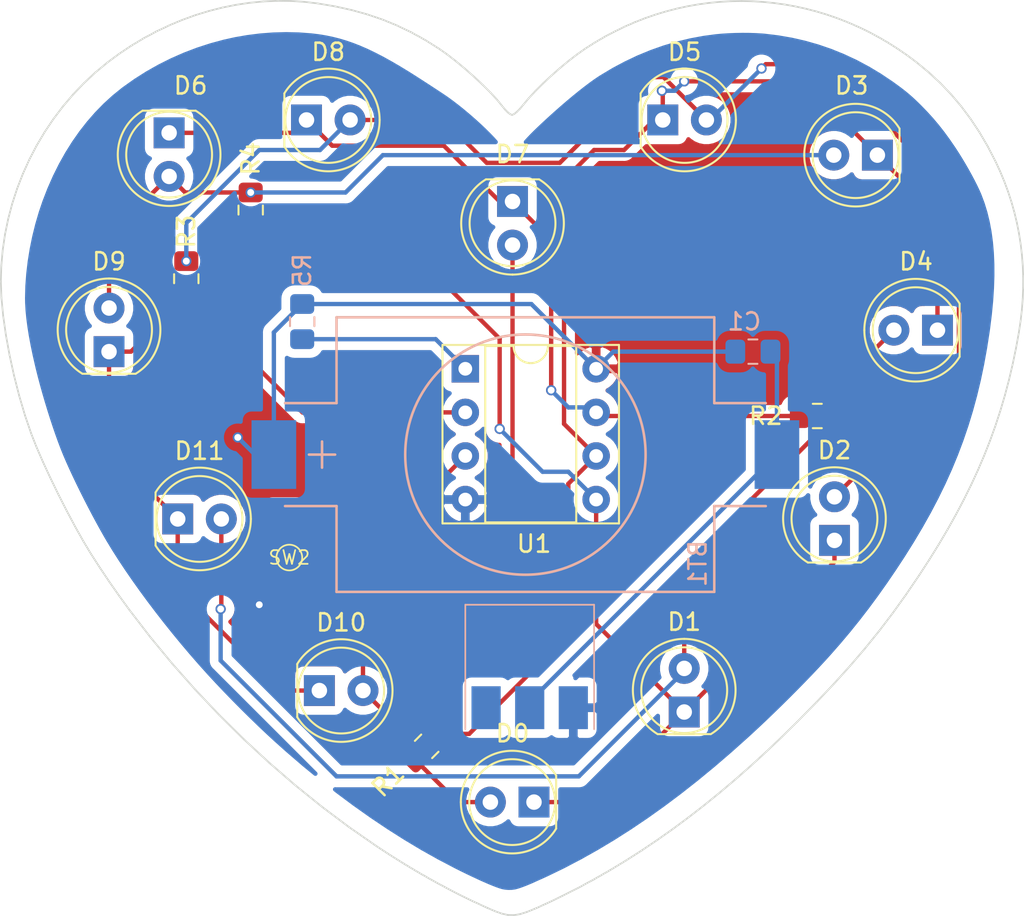
<source format=kicad_pcb>
(kicad_pcb (version 20171130) (host pcbnew "(5.1.6)-1")

  (general
    (thickness 1.6)
    (drawings 208)
    (tracks 123)
    (zones 0)
    (modules 22)
    (nets 14)
  )

  (page A4)
  (layers
    (0 F.Cu signal)
    (31 B.Cu signal)
    (32 B.Adhes user)
    (33 F.Adhes user)
    (34 B.Paste user)
    (35 F.Paste user)
    (36 B.SilkS user)
    (37 F.SilkS user)
    (38 B.Mask user)
    (39 F.Mask user)
    (40 Dwgs.User user)
    (41 Cmts.User user)
    (42 Eco1.User user)
    (43 Eco2.User user)
    (44 Edge.Cuts user)
    (45 Margin user)
    (46 B.CrtYd user)
    (47 F.CrtYd user)
    (48 B.Fab user hide)
    (49 F.Fab user hide)
  )

  (setup
    (last_trace_width 0.254)
    (user_trace_width 0.254)
    (trace_clearance 0.2)
    (zone_clearance 0.508)
    (zone_45_only no)
    (trace_min 0.2)
    (via_size 0.6)
    (via_drill 0.4)
    (via_min_size 0.4)
    (via_min_drill 0.3)
    (uvia_size 0.3)
    (uvia_drill 0.1)
    (uvias_allowed no)
    (uvia_min_size 0.2)
    (uvia_min_drill 0.1)
    (edge_width 0.15)
    (segment_width 0.2)
    (pcb_text_width 0.3)
    (pcb_text_size 1.5 1.5)
    (mod_edge_width 0.15)
    (mod_text_size 1 1)
    (mod_text_width 0.15)
    (pad_size 1.524 1.524)
    (pad_drill 0.762)
    (pad_to_mask_clearance 0.2)
    (aux_axis_origin 0 0)
    (visible_elements 7FFFFFEF)
    (pcbplotparams
      (layerselection 0x010f0_80000001)
      (usegerberextensions false)
      (usegerberattributes true)
      (usegerberadvancedattributes true)
      (creategerberjobfile true)
      (excludeedgelayer true)
      (linewidth 0.100000)
      (plotframeref false)
      (viasonmask false)
      (mode 1)
      (useauxorigin false)
      (hpglpennumber 1)
      (hpglpenspeed 20)
      (hpglpendiameter 15.000000)
      (psnegative false)
      (psa4output false)
      (plotreference true)
      (plotvalue true)
      (plotinvisibletext false)
      (padsonsilk false)
      (subtractmaskfromsilk false)
      (outputformat 1)
      (mirror false)
      (drillshape 1)
      (scaleselection 1)
      (outputdirectory "gerbers/"))
  )

  (net 0 "")
  (net 1 +3V0)
  (net 2 "Net-(BT1-Pad2)")
  (net 3 "Net-(D0-Pad2)")
  (net 4 /PB0)
  (net 5 "Net-(D1-Pad2)")
  (net 6 "Net-(D2-Pad2)")
  (net 7 /PB1)
  (net 8 "Net-(D3-Pad2)")
  (net 9 /PB2)
  (net 10 /PB3)
  (net 11 "Net-(R5-Pad1)")
  (net 12 GND)
  (net 13 "Net-(SW2-Pad1)")

  (net_class Default "This is the default net class."
    (clearance 0.2)
    (trace_width 0.25)
    (via_dia 0.6)
    (via_drill 0.4)
    (uvia_dia 0.3)
    (uvia_drill 0.1)
    (add_net +3V0)
    (add_net /PB0)
    (add_net /PB1)
    (add_net /PB2)
    (add_net /PB3)
    (add_net GND)
    (add_net "Net-(BT1-Pad2)")
    (add_net "Net-(D0-Pad2)")
    (add_net "Net-(D1-Pad2)")
    (add_net "Net-(D2-Pad2)")
    (add_net "Net-(D3-Pad2)")
    (add_net "Net-(R5-Pad1)")
    (add_net "Net-(SW2-Pad1)")
  )

  (module Package_DIP:DIP-8_W7.62mm_Socket (layer F.Cu) (tedit 5A02E8C5) (tstamp 5F68022C)
    (at 148.25 94.75)
    (descr "8-lead though-hole mounted DIP package, row spacing 7.62 mm (300 mils), Socket")
    (tags "THT DIP DIL PDIP 2.54mm 7.62mm 300mil Socket")
    (path /5F672718)
    (fp_text reference U1 (at 4 10.2) (layer F.SilkS)
      (effects (font (size 1 1) (thickness 0.15)))
    )
    (fp_text value ATtiny85-20PU (at 3.81 9.95) (layer F.Fab)
      (effects (font (size 1 1) (thickness 0.15)))
    )
    (fp_line (start 1.635 -1.27) (end 6.985 -1.27) (layer F.Fab) (width 0.1))
    (fp_line (start 6.985 -1.27) (end 6.985 8.89) (layer F.Fab) (width 0.1))
    (fp_line (start 6.985 8.89) (end 0.635 8.89) (layer F.Fab) (width 0.1))
    (fp_line (start 0.635 8.89) (end 0.635 -0.27) (layer F.Fab) (width 0.1))
    (fp_line (start 0.635 -0.27) (end 1.635 -1.27) (layer F.Fab) (width 0.1))
    (fp_line (start -1.27 -1.33) (end -1.27 8.95) (layer F.Fab) (width 0.1))
    (fp_line (start -1.27 8.95) (end 8.89 8.95) (layer F.Fab) (width 0.1))
    (fp_line (start 8.89 8.95) (end 8.89 -1.33) (layer F.Fab) (width 0.1))
    (fp_line (start 8.89 -1.33) (end -1.27 -1.33) (layer F.Fab) (width 0.1))
    (fp_line (start 2.81 -1.33) (end 1.16 -1.33) (layer F.SilkS) (width 0.12))
    (fp_line (start 1.16 -1.33) (end 1.16 8.95) (layer F.SilkS) (width 0.12))
    (fp_line (start 1.16 8.95) (end 6.46 8.95) (layer F.SilkS) (width 0.12))
    (fp_line (start 6.46 8.95) (end 6.46 -1.33) (layer F.SilkS) (width 0.12))
    (fp_line (start 6.46 -1.33) (end 4.81 -1.33) (layer F.SilkS) (width 0.12))
    (fp_line (start -1.33 -1.39) (end -1.33 9.01) (layer F.SilkS) (width 0.12))
    (fp_line (start -1.33 9.01) (end 8.95 9.01) (layer F.SilkS) (width 0.12))
    (fp_line (start 8.95 9.01) (end 8.95 -1.39) (layer F.SilkS) (width 0.12))
    (fp_line (start 8.95 -1.39) (end -1.33 -1.39) (layer F.SilkS) (width 0.12))
    (fp_line (start -1.55 -1.6) (end -1.55 9.2) (layer F.CrtYd) (width 0.05))
    (fp_line (start -1.55 9.2) (end 9.15 9.2) (layer F.CrtYd) (width 0.05))
    (fp_line (start 9.15 9.2) (end 9.15 -1.6) (layer F.CrtYd) (width 0.05))
    (fp_line (start 9.15 -1.6) (end -1.55 -1.6) (layer F.CrtYd) (width 0.05))
    (fp_arc (start 3.81 -1.33) (end 2.81 -1.33) (angle -180) (layer F.SilkS) (width 0.12))
    (fp_text user %R (at 3.81 3.81) (layer F.Fab)
      (effects (font (size 1 1) (thickness 0.15)))
    )
    (pad 1 thru_hole rect (at 0 0) (size 1.6 1.6) (drill 0.8) (layers *.Cu *.Mask)
      (net 11 "Net-(R5-Pad1)"))
    (pad 5 thru_hole oval (at 7.62 7.62) (size 1.6 1.6) (drill 0.8) (layers *.Cu *.Mask)
      (net 4 /PB0))
    (pad 2 thru_hole oval (at 0 2.54) (size 1.6 1.6) (drill 0.8) (layers *.Cu *.Mask)
      (net 10 /PB3))
    (pad 6 thru_hole oval (at 7.62 5.08) (size 1.6 1.6) (drill 0.8) (layers *.Cu *.Mask)
      (net 7 /PB1))
    (pad 3 thru_hole oval (at 0 5.08) (size 1.6 1.6) (drill 0.8) (layers *.Cu *.Mask)
      (net 13 "Net-(SW2-Pad1)"))
    (pad 7 thru_hole oval (at 7.62 2.54) (size 1.6 1.6) (drill 0.8) (layers *.Cu *.Mask)
      (net 9 /PB2))
    (pad 4 thru_hole oval (at 0 7.62) (size 1.6 1.6) (drill 0.8) (layers *.Cu *.Mask)
      (net 12 GND))
    (pad 8 thru_hole oval (at 7.62 0) (size 1.6 1.6) (drill 0.8) (layers *.Cu *.Mask)
      (net 1 +3V0))
    (model ${KISYS3DMOD}/Package_DIP.3dshapes/DIP-8_W7.62mm_Socket.wrl
      (at (xyz 0 0 0))
      (scale (xyz 1 1 1))
      (rotate (xyz 0 0 0))
    )
  )

  (module Corazon:Batteriehalter_CR2032 (layer B.Cu) (tedit 5DFB9535) (tstamp 5F6800B4)
    (at 151.75 99.75 270)
    (descr "Knopfzellenhalter  CR 2032")
    (path /5F66FB48)
    (fp_text reference BT1 (at 6.35 -10.033 270) (layer B.SilkS)
      (effects (font (size 1 1) (thickness 0.15)) (justify mirror))
    )
    (fp_text value CR2032 (at 0 9 270) (layer B.Fab)
      (effects (font (size 1 1) (thickness 0.15)) (justify mirror))
    )
    (fp_circle (center 0 0) (end 7 0) (layer B.SilkS) (width 0.15))
    (fp_line (start 3 -11) (end 3 -14) (layer B.SilkS) (width 0.15))
    (fp_line (start -3 -11) (end -3 -14) (layer B.SilkS) (width 0.15))
    (fp_line (start -8 11) (end -3 11) (layer B.SilkS) (width 0.15))
    (fp_line (start 8 11) (end 3 11) (layer B.SilkS) (width 0.15))
    (fp_line (start 8 -11) (end 8 11) (layer B.SilkS) (width 0.15))
    (fp_line (start 3 -11) (end 8 -11) (layer B.SilkS) (width 0.15))
    (fp_line (start -8 -11) (end -3 -11) (layer B.SilkS) (width 0.15))
    (fp_line (start -8 11) (end -8 -11) (layer B.SilkS) (width 0.15))
    (fp_line (start 3 14) (end 3 11) (layer B.SilkS) (width 0.15))
    (fp_line (start -3 14) (end -3 11) (layer B.SilkS) (width 0.15))
    (fp_text user + (at 0 12 270) (layer B.SilkS)
      (effects (font (size 2 2) (thickness 0.15)) (justify mirror))
    )
    (pad 1 smd rect (at 0 14.65 270) (size 4 2.6) (layers B.Cu B.Paste B.Mask)
      (net 1 +3V0))
    (pad 2 smd rect (at 0 -14.65 270) (size 4 2.6) (layers B.Cu B.Paste B.Mask)
      (net 2 "Net-(BT1-Pad2)"))
  )

  (module Capacitor_SMD:C_0805_2012Metric_Pad1.15x1.40mm_HandSolder (layer B.Cu) (tedit 5B36C52B) (tstamp 5F6800C5)
    (at 165 93.75 180)
    (descr "Capacitor SMD 0805 (2012 Metric), square (rectangular) end terminal, IPC_7351 nominal with elongated pad for handsoldering. (Body size source: https://docs.google.com/spreadsheets/d/1BsfQQcO9C6DZCsRaXUlFlo91Tg2WpOkGARC1WS5S8t0/edit?usp=sharing), generated with kicad-footprint-generator")
    (tags "capacitor handsolder")
    (path /5F670899)
    (attr smd)
    (fp_text reference C1 (at 0.5 1.75) (layer B.SilkS)
      (effects (font (size 1 1) (thickness 0.15)) (justify mirror))
    )
    (fp_text value 100n (at 0 -1.65) (layer B.Fab)
      (effects (font (size 1 1) (thickness 0.15)) (justify mirror))
    )
    (fp_line (start -1 -0.6) (end -1 0.6) (layer B.Fab) (width 0.1))
    (fp_line (start -1 0.6) (end 1 0.6) (layer B.Fab) (width 0.1))
    (fp_line (start 1 0.6) (end 1 -0.6) (layer B.Fab) (width 0.1))
    (fp_line (start 1 -0.6) (end -1 -0.6) (layer B.Fab) (width 0.1))
    (fp_line (start -0.261252 0.71) (end 0.261252 0.71) (layer B.SilkS) (width 0.12))
    (fp_line (start -0.261252 -0.71) (end 0.261252 -0.71) (layer B.SilkS) (width 0.12))
    (fp_line (start -1.85 -0.95) (end -1.85 0.95) (layer B.CrtYd) (width 0.05))
    (fp_line (start -1.85 0.95) (end 1.85 0.95) (layer B.CrtYd) (width 0.05))
    (fp_line (start 1.85 0.95) (end 1.85 -0.95) (layer B.CrtYd) (width 0.05))
    (fp_line (start 1.85 -0.95) (end -1.85 -0.95) (layer B.CrtYd) (width 0.05))
    (fp_text user %R (at 0 0) (layer B.Fab)
      (effects (font (size 0.5 0.5) (thickness 0.08)) (justify mirror))
    )
    (pad 1 smd roundrect (at -1.025 0 180) (size 1.15 1.4) (layers B.Cu B.Paste B.Mask) (roundrect_rratio 0.217391)
      (net 2 "Net-(BT1-Pad2)"))
    (pad 2 smd roundrect (at 1.025 0 180) (size 1.15 1.4) (layers B.Cu B.Paste B.Mask) (roundrect_rratio 0.217391)
      (net 1 +3V0))
    (model ${KISYS3DMOD}/Capacitor_SMD.3dshapes/C_0805_2012Metric.wrl
      (at (xyz 0 0 0))
      (scale (xyz 1 1 1))
      (rotate (xyz 0 0 0))
    )
  )

  (module LED_THT:LED_D5.0mm (layer F.Cu) (tedit 5995936A) (tstamp 5F6800D7)
    (at 152.25 120 180)
    (descr "LED, diameter 5.0mm, 2 pins, http://cdn-reichelt.de/documents/datenblatt/A500/LL-504BC2E-009.pdf")
    (tags "LED diameter 5.0mm 2 pins")
    (path /5F677231)
    (fp_text reference D0 (at 1.25 4) (layer F.SilkS)
      (effects (font (size 1 1) (thickness 0.15)))
    )
    (fp_text value LED (at 1.27 3.96) (layer F.Fab)
      (effects (font (size 1 1) (thickness 0.15)))
    )
    (fp_line (start 4.5 -3.25) (end -1.95 -3.25) (layer F.CrtYd) (width 0.05))
    (fp_line (start 4.5 3.25) (end 4.5 -3.25) (layer F.CrtYd) (width 0.05))
    (fp_line (start -1.95 3.25) (end 4.5 3.25) (layer F.CrtYd) (width 0.05))
    (fp_line (start -1.95 -3.25) (end -1.95 3.25) (layer F.CrtYd) (width 0.05))
    (fp_line (start -1.29 -1.545) (end -1.29 1.545) (layer F.SilkS) (width 0.12))
    (fp_line (start -1.23 -1.469694) (end -1.23 1.469694) (layer F.Fab) (width 0.1))
    (fp_circle (center 1.27 0) (end 3.77 0) (layer F.SilkS) (width 0.12))
    (fp_circle (center 1.27 0) (end 3.77 0) (layer F.Fab) (width 0.1))
    (fp_text user %R (at 1.25 0) (layer F.Fab)
      (effects (font (size 0.8 0.8) (thickness 0.2)))
    )
    (fp_arc (start 1.27 0) (end -1.29 1.54483) (angle -148.9) (layer F.SilkS) (width 0.12))
    (fp_arc (start 1.27 0) (end -1.29 -1.54483) (angle 148.9) (layer F.SilkS) (width 0.12))
    (fp_arc (start 1.27 0) (end -1.23 -1.469694) (angle 299.1) (layer F.Fab) (width 0.1))
    (pad 2 thru_hole circle (at 2.54 0 180) (size 1.8 1.8) (drill 0.9) (layers *.Cu *.Mask)
      (net 3 "Net-(D0-Pad2)"))
    (pad 1 thru_hole rect (at 0 0 180) (size 1.8 1.8) (drill 0.9) (layers *.Cu *.Mask)
      (net 4 /PB0))
    (model ${KISYS3DMOD}/LED_THT.3dshapes/LED_D5.0mm.wrl
      (at (xyz 0 0 0))
      (scale (xyz 1 1 1))
      (rotate (xyz 0 0 0))
    )
  )

  (module LED_THT:LED_D5.0mm (layer F.Cu) (tedit 5995936A) (tstamp 5F6800E9)
    (at 161 114.75 90)
    (descr "LED, diameter 5.0mm, 2 pins, http://cdn-reichelt.de/documents/datenblatt/A500/LL-504BC2E-009.pdf")
    (tags "LED diameter 5.0mm 2 pins")
    (path /5F67818B)
    (fp_text reference D1 (at 5.25 0 180) (layer F.SilkS)
      (effects (font (size 1 1) (thickness 0.15)))
    )
    (fp_text value LED (at 1.27 3.96 90) (layer F.Fab)
      (effects (font (size 1 1) (thickness 0.15)))
    )
    (fp_circle (center 1.27 0) (end 3.77 0) (layer F.Fab) (width 0.1))
    (fp_circle (center 1.27 0) (end 3.77 0) (layer F.SilkS) (width 0.12))
    (fp_line (start -1.23 -1.469694) (end -1.23 1.469694) (layer F.Fab) (width 0.1))
    (fp_line (start -1.29 -1.545) (end -1.29 1.545) (layer F.SilkS) (width 0.12))
    (fp_line (start -1.95 -3.25) (end -1.95 3.25) (layer F.CrtYd) (width 0.05))
    (fp_line (start -1.95 3.25) (end 4.5 3.25) (layer F.CrtYd) (width 0.05))
    (fp_line (start 4.5 3.25) (end 4.5 -3.25) (layer F.CrtYd) (width 0.05))
    (fp_line (start 4.5 -3.25) (end -1.95 -3.25) (layer F.CrtYd) (width 0.05))
    (fp_arc (start 1.27 0) (end -1.23 -1.469694) (angle 299.1) (layer F.Fab) (width 0.1))
    (fp_arc (start 1.27 0) (end -1.29 -1.54483) (angle 148.9) (layer F.SilkS) (width 0.12))
    (fp_arc (start 1.27 0) (end -1.29 1.54483) (angle -148.9) (layer F.SilkS) (width 0.12))
    (fp_text user %R (at 1.25 0 90) (layer F.Fab)
      (effects (font (size 0.8 0.8) (thickness 0.2)))
    )
    (pad 1 thru_hole rect (at 0 0 90) (size 1.8 1.8) (drill 0.9) (layers *.Cu *.Mask)
      (net 4 /PB0))
    (pad 2 thru_hole circle (at 2.54 0 90) (size 1.8 1.8) (drill 0.9) (layers *.Cu *.Mask)
      (net 5 "Net-(D1-Pad2)"))
    (model ${KISYS3DMOD}/LED_THT.3dshapes/LED_D5.0mm.wrl
      (at (xyz 0 0 0))
      (scale (xyz 1 1 1))
      (rotate (xyz 0 0 0))
    )
  )

  (module LED_THT:LED_D5.0mm (layer F.Cu) (tedit 5995936A) (tstamp 5F6800FB)
    (at 169.75 104.75 90)
    (descr "LED, diameter 5.0mm, 2 pins, http://cdn-reichelt.de/documents/datenblatt/A500/LL-504BC2E-009.pdf")
    (tags "LED diameter 5.0mm 2 pins")
    (path /5F678AAA)
    (fp_text reference D2 (at 5.25 0 180) (layer F.SilkS)
      (effects (font (size 1 1) (thickness 0.15)))
    )
    (fp_text value LED (at 1.27 3.96 90) (layer F.Fab)
      (effects (font (size 1 1) (thickness 0.15)))
    )
    (fp_line (start 4.5 -3.25) (end -1.95 -3.25) (layer F.CrtYd) (width 0.05))
    (fp_line (start 4.5 3.25) (end 4.5 -3.25) (layer F.CrtYd) (width 0.05))
    (fp_line (start -1.95 3.25) (end 4.5 3.25) (layer F.CrtYd) (width 0.05))
    (fp_line (start -1.95 -3.25) (end -1.95 3.25) (layer F.CrtYd) (width 0.05))
    (fp_line (start -1.29 -1.545) (end -1.29 1.545) (layer F.SilkS) (width 0.12))
    (fp_line (start -1.23 -1.469694) (end -1.23 1.469694) (layer F.Fab) (width 0.1))
    (fp_circle (center 1.27 0) (end 3.77 0) (layer F.SilkS) (width 0.12))
    (fp_circle (center 1.27 0) (end 3.77 0) (layer F.Fab) (width 0.1))
    (fp_text user %R (at 1.25 0 90) (layer F.Fab)
      (effects (font (size 0.8 0.8) (thickness 0.2)))
    )
    (fp_arc (start 1.27 0) (end -1.29 1.54483) (angle -148.9) (layer F.SilkS) (width 0.12))
    (fp_arc (start 1.27 0) (end -1.29 -1.54483) (angle 148.9) (layer F.SilkS) (width 0.12))
    (fp_arc (start 1.27 0) (end -1.23 -1.469694) (angle 299.1) (layer F.Fab) (width 0.1))
    (pad 2 thru_hole circle (at 2.54 0 90) (size 1.8 1.8) (drill 0.9) (layers *.Cu *.Mask)
      (net 6 "Net-(D2-Pad2)"))
    (pad 1 thru_hole rect (at 0 0 90) (size 1.8 1.8) (drill 0.9) (layers *.Cu *.Mask)
      (net 4 /PB0))
    (model ${KISYS3DMOD}/LED_THT.3dshapes/LED_D5.0mm.wrl
      (at (xyz 0 0 0))
      (scale (xyz 1 1 1))
      (rotate (xyz 0 0 0))
    )
  )

  (module LED_THT:LED_D5.0mm (layer F.Cu) (tedit 5995936A) (tstamp 5F68010D)
    (at 172.25 82.3 180)
    (descr "LED, diameter 5.0mm, 2 pins, http://cdn-reichelt.de/documents/datenblatt/A500/LL-504BC2E-009.pdf")
    (tags "LED diameter 5.0mm 2 pins")
    (path /5F67E07C)
    (fp_text reference D3 (at 1.5 4.05) (layer F.SilkS)
      (effects (font (size 1 1) (thickness 0.15)))
    )
    (fp_text value LED (at 1.27 3.96) (layer F.Fab)
      (effects (font (size 1 1) (thickness 0.15)))
    )
    (fp_circle (center 1.27 0) (end 3.77 0) (layer F.Fab) (width 0.1))
    (fp_circle (center 1.27 0) (end 3.77 0) (layer F.SilkS) (width 0.12))
    (fp_line (start -1.23 -1.469694) (end -1.23 1.469694) (layer F.Fab) (width 0.1))
    (fp_line (start -1.29 -1.545) (end -1.29 1.545) (layer F.SilkS) (width 0.12))
    (fp_line (start -1.95 -3.25) (end -1.95 3.25) (layer F.CrtYd) (width 0.05))
    (fp_line (start -1.95 3.25) (end 4.5 3.25) (layer F.CrtYd) (width 0.05))
    (fp_line (start 4.5 3.25) (end 4.5 -3.25) (layer F.CrtYd) (width 0.05))
    (fp_line (start 4.5 -3.25) (end -1.95 -3.25) (layer F.CrtYd) (width 0.05))
    (fp_arc (start 1.27 0) (end -1.23 -1.469694) (angle 299.1) (layer F.Fab) (width 0.1))
    (fp_arc (start 1.27 0) (end -1.29 -1.54483) (angle 148.9) (layer F.SilkS) (width 0.12))
    (fp_arc (start 1.27 0) (end -1.29 1.54483) (angle -148.9) (layer F.SilkS) (width 0.12))
    (fp_text user %R (at 1.25 0) (layer F.Fab)
      (effects (font (size 0.8 0.8) (thickness 0.2)))
    )
    (pad 1 thru_hole rect (at 0 0 180) (size 1.8 1.8) (drill 0.9) (layers *.Cu *.Mask)
      (net 7 /PB1))
    (pad 2 thru_hole circle (at 2.54 0 180) (size 1.8 1.8) (drill 0.9) (layers *.Cu *.Mask)
      (net 8 "Net-(D3-Pad2)"))
    (model ${KISYS3DMOD}/LED_THT.3dshapes/LED_D5.0mm.wrl
      (at (xyz 0 0 0))
      (scale (xyz 1 1 1))
      (rotate (xyz 0 0 0))
    )
  )

  (module LED_THT:LED_D5.0mm (layer F.Cu) (tedit 5995936A) (tstamp 5F68011F)
    (at 175.75 92.5 180)
    (descr "LED, diameter 5.0mm, 2 pins, http://cdn-reichelt.de/documents/datenblatt/A500/LL-504BC2E-009.pdf")
    (tags "LED diameter 5.0mm 2 pins")
    (path /5F67E086)
    (fp_text reference D4 (at 1.25 4) (layer F.SilkS)
      (effects (font (size 1 1) (thickness 0.15)))
    )
    (fp_text value LED (at 1.27 3.96) (layer F.Fab)
      (effects (font (size 1 1) (thickness 0.15)))
    )
    (fp_circle (center 1.27 0) (end 3.77 0) (layer F.Fab) (width 0.1))
    (fp_circle (center 1.27 0) (end 3.77 0) (layer F.SilkS) (width 0.12))
    (fp_line (start -1.23 -1.469694) (end -1.23 1.469694) (layer F.Fab) (width 0.1))
    (fp_line (start -1.29 -1.545) (end -1.29 1.545) (layer F.SilkS) (width 0.12))
    (fp_line (start -1.95 -3.25) (end -1.95 3.25) (layer F.CrtYd) (width 0.05))
    (fp_line (start -1.95 3.25) (end 4.5 3.25) (layer F.CrtYd) (width 0.05))
    (fp_line (start 4.5 3.25) (end 4.5 -3.25) (layer F.CrtYd) (width 0.05))
    (fp_line (start 4.5 -3.25) (end -1.95 -3.25) (layer F.CrtYd) (width 0.05))
    (fp_arc (start 1.27 0) (end -1.23 -1.469694) (angle 299.1) (layer F.Fab) (width 0.1))
    (fp_arc (start 1.27 0) (end -1.29 -1.54483) (angle 148.9) (layer F.SilkS) (width 0.12))
    (fp_arc (start 1.27 0) (end -1.29 1.54483) (angle -148.9) (layer F.SilkS) (width 0.12))
    (fp_text user %R (at 1.25 0) (layer F.Fab)
      (effects (font (size 0.8 0.8) (thickness 0.2)))
    )
    (pad 1 thru_hole rect (at 0 0 180) (size 1.8 1.8) (drill 0.9) (layers *.Cu *.Mask)
      (net 7 /PB1))
    (pad 2 thru_hole circle (at 2.54 0 180) (size 1.8 1.8) (drill 0.9) (layers *.Cu *.Mask)
      (net 5 "Net-(D1-Pad2)"))
    (model ${KISYS3DMOD}/LED_THT.3dshapes/LED_D5.0mm.wrl
      (at (xyz 0 0 0))
      (scale (xyz 1 1 1))
      (rotate (xyz 0 0 0))
    )
  )

  (module LED_THT:LED_D5.0mm (layer F.Cu) (tedit 5995936A) (tstamp 5F682517)
    (at 159.75 80.25)
    (descr "LED, diameter 5.0mm, 2 pins, http://cdn-reichelt.de/documents/datenblatt/A500/LL-504BC2E-009.pdf")
    (tags "LED diameter 5.0mm 2 pins")
    (path /5F67E090)
    (fp_text reference D5 (at 1.27 -3.96) (layer F.SilkS)
      (effects (font (size 1 1) (thickness 0.15)))
    )
    (fp_text value LED (at 1.27 3.96) (layer F.Fab)
      (effects (font (size 1 1) (thickness 0.15)))
    )
    (fp_line (start 4.5 -3.25) (end -1.95 -3.25) (layer F.CrtYd) (width 0.05))
    (fp_line (start 4.5 3.25) (end 4.5 -3.25) (layer F.CrtYd) (width 0.05))
    (fp_line (start -1.95 3.25) (end 4.5 3.25) (layer F.CrtYd) (width 0.05))
    (fp_line (start -1.95 -3.25) (end -1.95 3.25) (layer F.CrtYd) (width 0.05))
    (fp_line (start -1.29 -1.545) (end -1.29 1.545) (layer F.SilkS) (width 0.12))
    (fp_line (start -1.23 -1.469694) (end -1.23 1.469694) (layer F.Fab) (width 0.1))
    (fp_circle (center 1.27 0) (end 3.77 0) (layer F.SilkS) (width 0.12))
    (fp_circle (center 1.27 0) (end 3.77 0) (layer F.Fab) (width 0.1))
    (fp_text user %R (at 1.25 0) (layer F.Fab)
      (effects (font (size 0.8 0.8) (thickness 0.2)))
    )
    (fp_arc (start 1.27 0) (end -1.29 1.54483) (angle -148.9) (layer F.SilkS) (width 0.12))
    (fp_arc (start 1.27 0) (end -1.29 -1.54483) (angle 148.9) (layer F.SilkS) (width 0.12))
    (fp_arc (start 1.27 0) (end -1.23 -1.469694) (angle 299.1) (layer F.Fab) (width 0.1))
    (pad 2 thru_hole circle (at 2.54 0) (size 1.8 1.8) (drill 0.9) (layers *.Cu *.Mask)
      (net 6 "Net-(D2-Pad2)"))
    (pad 1 thru_hole rect (at 0 0) (size 1.8 1.8) (drill 0.9) (layers *.Cu *.Mask)
      (net 7 /PB1))
    (model ${KISYS3DMOD}/LED_THT.3dshapes/LED_D5.0mm.wrl
      (at (xyz 0 0 0))
      (scale (xyz 1 1 1))
      (rotate (xyz 0 0 0))
    )
  )

  (module LED_THT:LED_D5.0mm (layer F.Cu) (tedit 5995936A) (tstamp 5F680143)
    (at 131 81 270)
    (descr "LED, diameter 5.0mm, 2 pins, http://cdn-reichelt.de/documents/datenblatt/A500/LL-504BC2E-009.pdf")
    (tags "LED diameter 5.0mm 2 pins")
    (path /5F680B87)
    (fp_text reference D6 (at -2.75 -1.25 180) (layer F.SilkS)
      (effects (font (size 1 1) (thickness 0.15)))
    )
    (fp_text value LED (at 1.27 3.96 90) (layer F.Fab)
      (effects (font (size 1 1) (thickness 0.15)))
    )
    (fp_circle (center 1.27 0) (end 3.77 0) (layer F.Fab) (width 0.1))
    (fp_circle (center 1.27 0) (end 3.77 0) (layer F.SilkS) (width 0.12))
    (fp_line (start -1.23 -1.469694) (end -1.23 1.469694) (layer F.Fab) (width 0.1))
    (fp_line (start -1.29 -1.545) (end -1.29 1.545) (layer F.SilkS) (width 0.12))
    (fp_line (start -1.95 -3.25) (end -1.95 3.25) (layer F.CrtYd) (width 0.05))
    (fp_line (start -1.95 3.25) (end 4.5 3.25) (layer F.CrtYd) (width 0.05))
    (fp_line (start 4.5 3.25) (end 4.5 -3.25) (layer F.CrtYd) (width 0.05))
    (fp_line (start 4.5 -3.25) (end -1.95 -3.25) (layer F.CrtYd) (width 0.05))
    (fp_arc (start 1.27 0) (end -1.23 -1.469694) (angle 299.1) (layer F.Fab) (width 0.1))
    (fp_arc (start 1.27 0) (end -1.29 -1.54483) (angle 148.9) (layer F.SilkS) (width 0.12))
    (fp_arc (start 1.27 0) (end -1.29 1.54483) (angle -148.9) (layer F.SilkS) (width 0.12))
    (fp_text user %R (at 1.25 0 90) (layer F.Fab)
      (effects (font (size 0.8 0.8) (thickness 0.2)))
    )
    (pad 1 thru_hole rect (at 0 0 270) (size 1.8 1.8) (drill 0.9) (layers *.Cu *.Mask)
      (net 9 /PB2))
    (pad 2 thru_hole circle (at 2.54 0 270) (size 1.8 1.8) (drill 0.9) (layers *.Cu *.Mask)
      (net 8 "Net-(D3-Pad2)"))
    (model ${KISYS3DMOD}/LED_THT.3dshapes/LED_D5.0mm.wrl
      (at (xyz 0 0 0))
      (scale (xyz 1 1 1))
      (rotate (xyz 0 0 0))
    )
  )

  (module LED_THT:LED_D5.0mm (layer F.Cu) (tedit 5995936A) (tstamp 5F680155)
    (at 151 85 270)
    (descr "LED, diameter 5.0mm, 2 pins, http://cdn-reichelt.de/documents/datenblatt/A500/LL-504BC2E-009.pdf")
    (tags "LED diameter 5.0mm 2 pins")
    (path /5F680B91)
    (fp_text reference D7 (at -2.75 0 180) (layer F.SilkS)
      (effects (font (size 1 1) (thickness 0.15)))
    )
    (fp_text value LED (at 1.27 3.96 90) (layer F.Fab)
      (effects (font (size 1 1) (thickness 0.15)))
    )
    (fp_line (start 4.5 -3.25) (end -1.95 -3.25) (layer F.CrtYd) (width 0.05))
    (fp_line (start 4.5 3.25) (end 4.5 -3.25) (layer F.CrtYd) (width 0.05))
    (fp_line (start -1.95 3.25) (end 4.5 3.25) (layer F.CrtYd) (width 0.05))
    (fp_line (start -1.95 -3.25) (end -1.95 3.25) (layer F.CrtYd) (width 0.05))
    (fp_line (start -1.29 -1.545) (end -1.29 1.545) (layer F.SilkS) (width 0.12))
    (fp_line (start -1.23 -1.469694) (end -1.23 1.469694) (layer F.Fab) (width 0.1))
    (fp_circle (center 1.27 0) (end 3.77 0) (layer F.SilkS) (width 0.12))
    (fp_circle (center 1.27 0) (end 3.77 0) (layer F.Fab) (width 0.1))
    (fp_text user %R (at 1.25 0 90) (layer F.Fab)
      (effects (font (size 0.8 0.8) (thickness 0.2)))
    )
    (fp_arc (start 1.27 0) (end -1.29 1.54483) (angle -148.9) (layer F.SilkS) (width 0.12))
    (fp_arc (start 1.27 0) (end -1.29 -1.54483) (angle 148.9) (layer F.SilkS) (width 0.12))
    (fp_arc (start 1.27 0) (end -1.23 -1.469694) (angle 299.1) (layer F.Fab) (width 0.1))
    (pad 2 thru_hole circle (at 2.54 0 270) (size 1.8 1.8) (drill 0.9) (layers *.Cu *.Mask)
      (net 3 "Net-(D0-Pad2)"))
    (pad 1 thru_hole rect (at 0 0 270) (size 1.8 1.8) (drill 0.9) (layers *.Cu *.Mask)
      (net 9 /PB2))
    (model ${KISYS3DMOD}/LED_THT.3dshapes/LED_D5.0mm.wrl
      (at (xyz 0 0 0))
      (scale (xyz 1 1 1))
      (rotate (xyz 0 0 0))
    )
  )

  (module LED_THT:LED_D5.0mm (layer F.Cu) (tedit 5995936A) (tstamp 5F6824E4)
    (at 139 80.25)
    (descr "LED, diameter 5.0mm, 2 pins, http://cdn-reichelt.de/documents/datenblatt/A500/LL-504BC2E-009.pdf")
    (tags "LED diameter 5.0mm 2 pins")
    (path /5F680B9B)
    (fp_text reference D8 (at 1.27 -3.96) (layer F.SilkS)
      (effects (font (size 1 1) (thickness 0.15)))
    )
    (fp_text value LED (at 1.27 3.96) (layer F.Fab)
      (effects (font (size 1 1) (thickness 0.15)))
    )
    (fp_circle (center 1.27 0) (end 3.77 0) (layer F.Fab) (width 0.1))
    (fp_circle (center 1.27 0) (end 3.77 0) (layer F.SilkS) (width 0.12))
    (fp_line (start -1.23 -1.469694) (end -1.23 1.469694) (layer F.Fab) (width 0.1))
    (fp_line (start -1.29 -1.545) (end -1.29 1.545) (layer F.SilkS) (width 0.12))
    (fp_line (start -1.95 -3.25) (end -1.95 3.25) (layer F.CrtYd) (width 0.05))
    (fp_line (start -1.95 3.25) (end 4.5 3.25) (layer F.CrtYd) (width 0.05))
    (fp_line (start 4.5 3.25) (end 4.5 -3.25) (layer F.CrtYd) (width 0.05))
    (fp_line (start 4.5 -3.25) (end -1.95 -3.25) (layer F.CrtYd) (width 0.05))
    (fp_arc (start 1.27 0) (end -1.23 -1.469694) (angle 299.1) (layer F.Fab) (width 0.1))
    (fp_arc (start 1.27 0) (end -1.29 -1.54483) (angle 148.9) (layer F.SilkS) (width 0.12))
    (fp_arc (start 1.27 0) (end -1.29 1.54483) (angle -148.9) (layer F.SilkS) (width 0.12))
    (fp_text user %R (at 1.25 0) (layer F.Fab)
      (effects (font (size 0.8 0.8) (thickness 0.2)))
    )
    (pad 1 thru_hole rect (at 0 0) (size 1.8 1.8) (drill 0.9) (layers *.Cu *.Mask)
      (net 9 /PB2))
    (pad 2 thru_hole circle (at 2.54 0) (size 1.8 1.8) (drill 0.9) (layers *.Cu *.Mask)
      (net 6 "Net-(D2-Pad2)"))
    (model ${KISYS3DMOD}/LED_THT.3dshapes/LED_D5.0mm.wrl
      (at (xyz 0 0 0))
      (scale (xyz 1 1 1))
      (rotate (xyz 0 0 0))
    )
  )

  (module LED_THT:LED_D5.0mm (layer F.Cu) (tedit 5995936A) (tstamp 5F680179)
    (at 127.5 93.75 90)
    (descr "LED, diameter 5.0mm, 2 pins, http://cdn-reichelt.de/documents/datenblatt/A500/LL-504BC2E-009.pdf")
    (tags "LED diameter 5.0mm 2 pins")
    (path /5F68657D)
    (fp_text reference D9 (at 5.25 0 180) (layer F.SilkS)
      (effects (font (size 1 1) (thickness 0.15)))
    )
    (fp_text value LED (at 1.27 3.96 90) (layer F.Fab)
      (effects (font (size 1 1) (thickness 0.15)))
    )
    (fp_line (start 4.5 -3.25) (end -1.95 -3.25) (layer F.CrtYd) (width 0.05))
    (fp_line (start 4.5 3.25) (end 4.5 -3.25) (layer F.CrtYd) (width 0.05))
    (fp_line (start -1.95 3.25) (end 4.5 3.25) (layer F.CrtYd) (width 0.05))
    (fp_line (start -1.95 -3.25) (end -1.95 3.25) (layer F.CrtYd) (width 0.05))
    (fp_line (start -1.29 -1.545) (end -1.29 1.545) (layer F.SilkS) (width 0.12))
    (fp_line (start -1.23 -1.469694) (end -1.23 1.469694) (layer F.Fab) (width 0.1))
    (fp_circle (center 1.27 0) (end 3.77 0) (layer F.SilkS) (width 0.12))
    (fp_circle (center 1.27 0) (end 3.77 0) (layer F.Fab) (width 0.1))
    (fp_text user %R (at 1.25 0 90) (layer F.Fab)
      (effects (font (size 0.8 0.8) (thickness 0.2)))
    )
    (fp_arc (start 1.27 0) (end -1.29 1.54483) (angle -148.9) (layer F.SilkS) (width 0.12))
    (fp_arc (start 1.27 0) (end -1.29 -1.54483) (angle 148.9) (layer F.SilkS) (width 0.12))
    (fp_arc (start 1.27 0) (end -1.23 -1.469694) (angle 299.1) (layer F.Fab) (width 0.1))
    (pad 2 thru_hole circle (at 2.54 0 90) (size 1.8 1.8) (drill 0.9) (layers *.Cu *.Mask)
      (net 8 "Net-(D3-Pad2)"))
    (pad 1 thru_hole rect (at 0 0 90) (size 1.8 1.8) (drill 0.9) (layers *.Cu *.Mask)
      (net 10 /PB3))
    (model ${KISYS3DMOD}/LED_THT.3dshapes/LED_D5.0mm.wrl
      (at (xyz 0 0 0))
      (scale (xyz 1 1 1))
      (rotate (xyz 0 0 0))
    )
  )

  (module LED_THT:LED_D5.0mm (layer F.Cu) (tedit 5995936A) (tstamp 5F68018B)
    (at 139.75 113.5)
    (descr "LED, diameter 5.0mm, 2 pins, http://cdn-reichelt.de/documents/datenblatt/A500/LL-504BC2E-009.pdf")
    (tags "LED diameter 5.0mm 2 pins")
    (path /5F686587)
    (fp_text reference D10 (at 1.27 -3.96) (layer F.SilkS)
      (effects (font (size 1 1) (thickness 0.15)))
    )
    (fp_text value LED (at 1.27 3.96) (layer F.Fab)
      (effects (font (size 1 1) (thickness 0.15)))
    )
    (fp_circle (center 1.27 0) (end 3.77 0) (layer F.Fab) (width 0.1))
    (fp_circle (center 1.27 0) (end 3.77 0) (layer F.SilkS) (width 0.12))
    (fp_line (start -1.23 -1.469694) (end -1.23 1.469694) (layer F.Fab) (width 0.1))
    (fp_line (start -1.29 -1.545) (end -1.29 1.545) (layer F.SilkS) (width 0.12))
    (fp_line (start -1.95 -3.25) (end -1.95 3.25) (layer F.CrtYd) (width 0.05))
    (fp_line (start -1.95 3.25) (end 4.5 3.25) (layer F.CrtYd) (width 0.05))
    (fp_line (start 4.5 3.25) (end 4.5 -3.25) (layer F.CrtYd) (width 0.05))
    (fp_line (start 4.5 -3.25) (end -1.95 -3.25) (layer F.CrtYd) (width 0.05))
    (fp_arc (start 1.27 0) (end -1.23 -1.469694) (angle 299.1) (layer F.Fab) (width 0.1))
    (fp_arc (start 1.27 0) (end -1.29 -1.54483) (angle 148.9) (layer F.SilkS) (width 0.12))
    (fp_arc (start 1.27 0) (end -1.29 1.54483) (angle -148.9) (layer F.SilkS) (width 0.12))
    (fp_text user %R (at 1.25 0) (layer F.Fab)
      (effects (font (size 0.8 0.8) (thickness 0.2)))
    )
    (pad 1 thru_hole rect (at 0 0) (size 1.8 1.8) (drill 0.9) (layers *.Cu *.Mask)
      (net 10 /PB3))
    (pad 2 thru_hole circle (at 2.54 0) (size 1.8 1.8) (drill 0.9) (layers *.Cu *.Mask)
      (net 3 "Net-(D0-Pad2)"))
    (model ${KISYS3DMOD}/LED_THT.3dshapes/LED_D5.0mm.wrl
      (at (xyz 0 0 0))
      (scale (xyz 1 1 1))
      (rotate (xyz 0 0 0))
    )
  )

  (module LED_THT:LED_D5.0mm (layer F.Cu) (tedit 5995936A) (tstamp 5F68019D)
    (at 131.5 103.5)
    (descr "LED, diameter 5.0mm, 2 pins, http://cdn-reichelt.de/documents/datenblatt/A500/LL-504BC2E-009.pdf")
    (tags "LED diameter 5.0mm 2 pins")
    (path /5F686591)
    (fp_text reference D11 (at 1.27 -3.96) (layer F.SilkS)
      (effects (font (size 1 1) (thickness 0.15)))
    )
    (fp_text value LED (at 1.27 3.96) (layer F.Fab)
      (effects (font (size 1 1) (thickness 0.15)))
    )
    (fp_line (start 4.5 -3.25) (end -1.95 -3.25) (layer F.CrtYd) (width 0.05))
    (fp_line (start 4.5 3.25) (end 4.5 -3.25) (layer F.CrtYd) (width 0.05))
    (fp_line (start -1.95 3.25) (end 4.5 3.25) (layer F.CrtYd) (width 0.05))
    (fp_line (start -1.95 -3.25) (end -1.95 3.25) (layer F.CrtYd) (width 0.05))
    (fp_line (start -1.29 -1.545) (end -1.29 1.545) (layer F.SilkS) (width 0.12))
    (fp_line (start -1.23 -1.469694) (end -1.23 1.469694) (layer F.Fab) (width 0.1))
    (fp_circle (center 1.27 0) (end 3.77 0) (layer F.SilkS) (width 0.12))
    (fp_circle (center 1.27 0) (end 3.77 0) (layer F.Fab) (width 0.1))
    (fp_text user %R (at 1.25 0) (layer F.Fab)
      (effects (font (size 0.8 0.8) (thickness 0.2)))
    )
    (fp_arc (start 1.27 0) (end -1.29 1.54483) (angle -148.9) (layer F.SilkS) (width 0.12))
    (fp_arc (start 1.27 0) (end -1.29 -1.54483) (angle 148.9) (layer F.SilkS) (width 0.12))
    (fp_arc (start 1.27 0) (end -1.23 -1.469694) (angle 299.1) (layer F.Fab) (width 0.1))
    (pad 2 thru_hole circle (at 2.54 0) (size 1.8 1.8) (drill 0.9) (layers *.Cu *.Mask)
      (net 5 "Net-(D1-Pad2)"))
    (pad 1 thru_hole rect (at 0 0) (size 1.8 1.8) (drill 0.9) (layers *.Cu *.Mask)
      (net 10 /PB3))
    (model ${KISYS3DMOD}/LED_THT.3dshapes/LED_D5.0mm.wrl
      (at (xyz 0 0 0))
      (scale (xyz 1 1 1))
      (rotate (xyz 0 0 0))
    )
  )

  (module Resistor_SMD:R_0805_2012Metric_Pad1.15x1.40mm_HandSolder (layer F.Cu) (tedit 5B36C52B) (tstamp 5F6801AE)
    (at 146 116.75 45)
    (descr "Resistor SMD 0805 (2012 Metric), square (rectangular) end terminal, IPC_7351 nominal with elongated pad for handsoldering. (Body size source: https://docs.google.com/spreadsheets/d/1BsfQQcO9C6DZCsRaXUlFlo91Tg2WpOkGARC1WS5S8t0/edit?usp=sharing), generated with kicad-footprint-generator")
    (tags "resistor handsolder")
    (path /5F674E54)
    (attr smd)
    (fp_text reference R1 (at -3.005204 -0.176777 45) (layer F.SilkS)
      (effects (font (size 1 1) (thickness 0.15)))
    )
    (fp_text value 100R (at 0 1.65 45) (layer F.Fab)
      (effects (font (size 1 1) (thickness 0.15)))
    )
    (fp_line (start 1.85 0.95) (end -1.85 0.95) (layer F.CrtYd) (width 0.05))
    (fp_line (start 1.85 -0.95) (end 1.85 0.95) (layer F.CrtYd) (width 0.05))
    (fp_line (start -1.85 -0.95) (end 1.85 -0.95) (layer F.CrtYd) (width 0.05))
    (fp_line (start -1.85 0.95) (end -1.85 -0.95) (layer F.CrtYd) (width 0.05))
    (fp_line (start -0.261252 0.71) (end 0.261252 0.71) (layer F.SilkS) (width 0.12))
    (fp_line (start -0.261252 -0.71) (end 0.261252 -0.71) (layer F.SilkS) (width 0.12))
    (fp_line (start 1 0.6) (end -1 0.6) (layer F.Fab) (width 0.1))
    (fp_line (start 1 -0.6) (end 1 0.6) (layer F.Fab) (width 0.1))
    (fp_line (start -1 -0.6) (end 1 -0.6) (layer F.Fab) (width 0.1))
    (fp_line (start -1 0.6) (end -1 -0.6) (layer F.Fab) (width 0.1))
    (fp_text user %R (at 0 0 45) (layer F.Fab)
      (effects (font (size 0.5 0.5) (thickness 0.08)))
    )
    (pad 2 smd roundrect (at 1.025 0 45) (size 1.15 1.4) (layers F.Cu F.Paste F.Mask) (roundrect_rratio 0.217391)
      (net 7 /PB1))
    (pad 1 smd roundrect (at -1.025 0 45) (size 1.15 1.4) (layers F.Cu F.Paste F.Mask) (roundrect_rratio 0.217391)
      (net 3 "Net-(D0-Pad2)"))
    (model ${KISYS3DMOD}/Resistor_SMD.3dshapes/R_0805_2012Metric.wrl
      (at (xyz 0 0 0))
      (scale (xyz 1 1 1))
      (rotate (xyz 0 0 0))
    )
  )

  (module Resistor_SMD:R_0805_2012Metric_Pad1.15x1.40mm_HandSolder (layer F.Cu) (tedit 5B36C52B) (tstamp 5F6801BF)
    (at 168.75 97.5 180)
    (descr "Resistor SMD 0805 (2012 Metric), square (rectangular) end terminal, IPC_7351 nominal with elongated pad for handsoldering. (Body size source: https://docs.google.com/spreadsheets/d/1BsfQQcO9C6DZCsRaXUlFlo91Tg2WpOkGARC1WS5S8t0/edit?usp=sharing), generated with kicad-footprint-generator")
    (tags "resistor handsolder")
    (path /5F675C16)
    (attr smd)
    (fp_text reference R2 (at 3 0) (layer F.SilkS)
      (effects (font (size 1 1) (thickness 0.15)))
    )
    (fp_text value 100R (at 0 1.65) (layer F.Fab)
      (effects (font (size 1 1) (thickness 0.15)))
    )
    (fp_line (start -1 0.6) (end -1 -0.6) (layer F.Fab) (width 0.1))
    (fp_line (start -1 -0.6) (end 1 -0.6) (layer F.Fab) (width 0.1))
    (fp_line (start 1 -0.6) (end 1 0.6) (layer F.Fab) (width 0.1))
    (fp_line (start 1 0.6) (end -1 0.6) (layer F.Fab) (width 0.1))
    (fp_line (start -0.261252 -0.71) (end 0.261252 -0.71) (layer F.SilkS) (width 0.12))
    (fp_line (start -0.261252 0.71) (end 0.261252 0.71) (layer F.SilkS) (width 0.12))
    (fp_line (start -1.85 0.95) (end -1.85 -0.95) (layer F.CrtYd) (width 0.05))
    (fp_line (start -1.85 -0.95) (end 1.85 -0.95) (layer F.CrtYd) (width 0.05))
    (fp_line (start 1.85 -0.95) (end 1.85 0.95) (layer F.CrtYd) (width 0.05))
    (fp_line (start 1.85 0.95) (end -1.85 0.95) (layer F.CrtYd) (width 0.05))
    (fp_text user %R (at 0 0) (layer F.Fab)
      (effects (font (size 0.5 0.5) (thickness 0.08)))
    )
    (pad 1 smd roundrect (at -1.025 0 180) (size 1.15 1.4) (layers F.Cu F.Paste F.Mask) (roundrect_rratio 0.217391)
      (net 5 "Net-(D1-Pad2)"))
    (pad 2 smd roundrect (at 1.025 0 180) (size 1.15 1.4) (layers F.Cu F.Paste F.Mask) (roundrect_rratio 0.217391)
      (net 9 /PB2))
    (model ${KISYS3DMOD}/Resistor_SMD.3dshapes/R_0805_2012Metric.wrl
      (at (xyz 0 0 0))
      (scale (xyz 1 1 1))
      (rotate (xyz 0 0 0))
    )
  )

  (module Resistor_SMD:R_0805_2012Metric_Pad1.15x1.40mm_HandSolder (layer F.Cu) (tedit 5B36C52B) (tstamp 5F6801D0)
    (at 132 89.5 270)
    (descr "Resistor SMD 0805 (2012 Metric), square (rectangular) end terminal, IPC_7351 nominal with elongated pad for handsoldering. (Body size source: https://docs.google.com/spreadsheets/d/1BsfQQcO9C6DZCsRaXUlFlo91Tg2WpOkGARC1WS5S8t0/edit?usp=sharing), generated with kicad-footprint-generator")
    (tags "resistor handsolder")
    (path /5F6768FE)
    (attr smd)
    (fp_text reference R3 (at -2.75 0 90) (layer F.SilkS)
      (effects (font (size 1 1) (thickness 0.15)))
    )
    (fp_text value 100R (at 0 1.65 90) (layer F.Fab)
      (effects (font (size 1 1) (thickness 0.15)))
    )
    (fp_line (start 1.85 0.95) (end -1.85 0.95) (layer F.CrtYd) (width 0.05))
    (fp_line (start 1.85 -0.95) (end 1.85 0.95) (layer F.CrtYd) (width 0.05))
    (fp_line (start -1.85 -0.95) (end 1.85 -0.95) (layer F.CrtYd) (width 0.05))
    (fp_line (start -1.85 0.95) (end -1.85 -0.95) (layer F.CrtYd) (width 0.05))
    (fp_line (start -0.261252 0.71) (end 0.261252 0.71) (layer F.SilkS) (width 0.12))
    (fp_line (start -0.261252 -0.71) (end 0.261252 -0.71) (layer F.SilkS) (width 0.12))
    (fp_line (start 1 0.6) (end -1 0.6) (layer F.Fab) (width 0.1))
    (fp_line (start 1 -0.6) (end 1 0.6) (layer F.Fab) (width 0.1))
    (fp_line (start -1 -0.6) (end 1 -0.6) (layer F.Fab) (width 0.1))
    (fp_line (start -1 0.6) (end -1 -0.6) (layer F.Fab) (width 0.1))
    (fp_text user %R (at 0 0 90) (layer F.Fab)
      (effects (font (size 0.5 0.5) (thickness 0.08)))
    )
    (pad 2 smd roundrect (at 1.025 0 270) (size 1.15 1.4) (layers F.Cu F.Paste F.Mask) (roundrect_rratio 0.217391)
      (net 10 /PB3))
    (pad 1 smd roundrect (at -1.025 0 270) (size 1.15 1.4) (layers F.Cu F.Paste F.Mask) (roundrect_rratio 0.217391)
      (net 6 "Net-(D2-Pad2)"))
    (model ${KISYS3DMOD}/Resistor_SMD.3dshapes/R_0805_2012Metric.wrl
      (at (xyz 0 0 0))
      (scale (xyz 1 1 1))
      (rotate (xyz 0 0 0))
    )
  )

  (module Resistor_SMD:R_0805_2012Metric_Pad1.15x1.40mm_HandSolder (layer F.Cu) (tedit 5B36C52B) (tstamp 5F6801E1)
    (at 135.75 85.5 270)
    (descr "Resistor SMD 0805 (2012 Metric), square (rectangular) end terminal, IPC_7351 nominal with elongated pad for handsoldering. (Body size source: https://docs.google.com/spreadsheets/d/1BsfQQcO9C6DZCsRaXUlFlo91Tg2WpOkGARC1WS5S8t0/edit?usp=sharing), generated with kicad-footprint-generator")
    (tags "resistor handsolder")
    (path /5F676D30)
    (attr smd)
    (fp_text reference R4 (at -3 0 90) (layer F.SilkS)
      (effects (font (size 1 1) (thickness 0.15)))
    )
    (fp_text value 100R (at 0 1.65 90) (layer F.Fab)
      (effects (font (size 1 1) (thickness 0.15)))
    )
    (fp_line (start -1 0.6) (end -1 -0.6) (layer F.Fab) (width 0.1))
    (fp_line (start -1 -0.6) (end 1 -0.6) (layer F.Fab) (width 0.1))
    (fp_line (start 1 -0.6) (end 1 0.6) (layer F.Fab) (width 0.1))
    (fp_line (start 1 0.6) (end -1 0.6) (layer F.Fab) (width 0.1))
    (fp_line (start -0.261252 -0.71) (end 0.261252 -0.71) (layer F.SilkS) (width 0.12))
    (fp_line (start -0.261252 0.71) (end 0.261252 0.71) (layer F.SilkS) (width 0.12))
    (fp_line (start -1.85 0.95) (end -1.85 -0.95) (layer F.CrtYd) (width 0.05))
    (fp_line (start -1.85 -0.95) (end 1.85 -0.95) (layer F.CrtYd) (width 0.05))
    (fp_line (start 1.85 -0.95) (end 1.85 0.95) (layer F.CrtYd) (width 0.05))
    (fp_line (start 1.85 0.95) (end -1.85 0.95) (layer F.CrtYd) (width 0.05))
    (fp_text user %R (at 0 0 90) (layer F.Fab)
      (effects (font (size 0.5 0.5) (thickness 0.08)))
    )
    (pad 1 smd roundrect (at -1.025 0 270) (size 1.15 1.4) (layers F.Cu F.Paste F.Mask) (roundrect_rratio 0.217391)
      (net 8 "Net-(D3-Pad2)"))
    (pad 2 smd roundrect (at 1.025 0 270) (size 1.15 1.4) (layers F.Cu F.Paste F.Mask) (roundrect_rratio 0.217391)
      (net 4 /PB0))
    (model ${KISYS3DMOD}/Resistor_SMD.3dshapes/R_0805_2012Metric.wrl
      (at (xyz 0 0 0))
      (scale (xyz 1 1 1))
      (rotate (xyz 0 0 0))
    )
  )

  (module Resistor_SMD:R_0805_2012Metric_Pad1.15x1.40mm_HandSolder (layer B.Cu) (tedit 5B36C52B) (tstamp 5F6801F2)
    (at 138.75 92 90)
    (descr "Resistor SMD 0805 (2012 Metric), square (rectangular) end terminal, IPC_7351 nominal with elongated pad for handsoldering. (Body size source: https://docs.google.com/spreadsheets/d/1BsfQQcO9C6DZCsRaXUlFlo91Tg2WpOkGARC1WS5S8t0/edit?usp=sharing), generated with kicad-footprint-generator")
    (tags "resistor handsolder")
    (path /5F6B9BC8)
    (attr smd)
    (fp_text reference R5 (at 3 0 90) (layer B.SilkS)
      (effects (font (size 1 1) (thickness 0.15)) (justify mirror))
    )
    (fp_text value 47K (at 0 -1.65 90) (layer B.Fab)
      (effects (font (size 1 1) (thickness 0.15)) (justify mirror))
    )
    (fp_line (start -1 -0.6) (end -1 0.6) (layer B.Fab) (width 0.1))
    (fp_line (start -1 0.6) (end 1 0.6) (layer B.Fab) (width 0.1))
    (fp_line (start 1 0.6) (end 1 -0.6) (layer B.Fab) (width 0.1))
    (fp_line (start 1 -0.6) (end -1 -0.6) (layer B.Fab) (width 0.1))
    (fp_line (start -0.261252 0.71) (end 0.261252 0.71) (layer B.SilkS) (width 0.12))
    (fp_line (start -0.261252 -0.71) (end 0.261252 -0.71) (layer B.SilkS) (width 0.12))
    (fp_line (start -1.85 -0.95) (end -1.85 0.95) (layer B.CrtYd) (width 0.05))
    (fp_line (start -1.85 0.95) (end 1.85 0.95) (layer B.CrtYd) (width 0.05))
    (fp_line (start 1.85 0.95) (end 1.85 -0.95) (layer B.CrtYd) (width 0.05))
    (fp_line (start 1.85 -0.95) (end -1.85 -0.95) (layer B.CrtYd) (width 0.05))
    (fp_text user %R (at 0 0 90) (layer B.Fab)
      (effects (font (size 0.5 0.5) (thickness 0.08)) (justify mirror))
    )
    (pad 1 smd roundrect (at -1.025 0 90) (size 1.15 1.4) (layers B.Cu B.Paste B.Mask) (roundrect_rratio 0.217391)
      (net 11 "Net-(R5-Pad1)"))
    (pad 2 smd roundrect (at 1.025 0 90) (size 1.15 1.4) (layers B.Cu B.Paste B.Mask) (roundrect_rratio 0.217391)
      (net 1 +3V0))
    (model ${KISYS3DMOD}/Resistor_SMD.3dshapes/R_0805_2012Metric.wrl
      (at (xyz 0 0 0))
      (scale (xyz 1 1 1))
      (rotate (xyz 0 0 0))
    )
  )

  (module Corazon:3Pin_Sensor_SMD (layer B.Cu) (tedit 5DEE74EC) (tstamp 5F6801FC)
    (at 152 114.5 180)
    (path /5F671B3D)
    (fp_text reference SW1 (at -1.397 -2.3 180) (layer B.SilkS) hide
      (effects (font (size 0.8 0.8) (thickness 0.1)) (justify mirror))
    )
    (fp_text value SW_SPDT (at 3 -3.65 180) (layer B.Fab) hide
      (effects (font (size 0.8 0.8) (thickness 0.1)) (justify mirror))
    )
    (fp_line (start -3.75 6) (end 3.75 6) (layer B.SilkS) (width 0.1))
    (fp_line (start 3.75 6) (end 3.75 -1.25) (layer B.SilkS) (width 0.1))
    (fp_line (start -3.75 -1.25) (end -3.75 6) (layer B.SilkS) (width 0.1))
    (pad 3 smd rect (at 2.54 0 180) (size 1.7 2.5) (layers B.Cu B.Paste B.Mask)
      (solder_mask_margin -0.2))
    (pad 2 smd rect (at 0 0 180) (size 1.7 2.5) (layers B.Cu B.Paste B.Mask)
      (net 2 "Net-(BT1-Pad2)") (solder_mask_margin -0.2))
    (pad 1 smd rect (at -2.54 0 180) (size 1.7 2.5) (layers B.Cu B.Paste B.Mask)
      (net 12 GND) (solder_mask_margin -0.2))
  )

  (module Corazon:Taster_SMD_eBay4,5x3mm (layer F.Cu) (tedit 5AE72C1C) (tstamp 5F6814DA)
    (at 138 105.75 270)
    (tags Testpoint)
    (path /5F6B651E)
    (fp_text reference SW2 (at 0 0 180) (layer F.SilkS)
      (effects (font (size 0.8 0.8) (thickness 0.1)))
    )
    (fp_text value BLINKY (at 0 -4.2 270) (layer F.Fab) hide
      (effects (font (size 0.8 0.8) (thickness 0.1)))
    )
    (fp_line (start 2.25 -1.5) (end -2.25 -1.5) (layer F.CrtYd) (width 0.1))
    (fp_line (start -2.25 -1.5) (end -2.25 1.5) (layer F.CrtYd) (width 0.1))
    (fp_line (start -2.25 1.5) (end 2.25 1.5) (layer F.CrtYd) (width 0.1))
    (fp_line (start 2.25 1.5) (end 2.25 -1.5) (layer F.CrtYd) (width 0.1))
    (fp_circle (center 0 0) (end 1 0) (layer F.CrtYd) (width 0.1))
    (fp_circle (center 0 0) (end 0.75 0) (layer F.SilkS) (width 0.1))
    (pad 2 smd rect (at 2 0) (size 2 2) (layers F.Cu F.Paste F.Mask)
      (net 12 GND))
    (pad 1 smd rect (at -2 0 270) (size 2 2) (layers F.Cu F.Paste F.Mask)
      (net 13 "Net-(SW2-Pad1)"))
  )

  (gr_line (start 125.52778 103.9505) (end 125.0358 103.0266) (layer Edge.Cuts) (width 0.1))
  (gr_line (start 123.27283 99.3043) (end 122.97781 98.5572) (layer Edge.Cuts) (width 0.1))
  (gr_line (start 143.0787 122.5691) (end 141.4868 121.4629) (layer Edge.Cuts) (width 0.1))
  (gr_line (start 129.9022 110.3832) (end 128.6788 108.7918) (layer Edge.Cuts) (width 0.1))
  (gr_line (start 125.0358 103.0266) (end 124.5454 102.0619) (layer Edge.Cuts) (width 0.1))
  (gr_line (start 124.5454 102.0619) (end 124.07551 101.0948) (layer Edge.Cuts) (width 0.1))
  (gr_line (start 122.85771 82.5584) (end 123.28157 81.74473) (layer Edge.Cuts) (width 0.1))
  (gr_line (start 126.9726 106.3501) (end 126.44096 105.5241) (layer Edge.Cuts) (width 0.1))
  (gr_line (start 123.64502 100.1627) (end 123.27283 99.3043) (layer Edge.Cuts) (width 0.1))
  (gr_line (start 128.6788 108.7918) (end 128.09217 107.9845) (layer Edge.Cuts) (width 0.1))
  (gr_line (start 133.9259 114.9305) (end 132.5311 113.4573) (layer Edge.Cuts) (width 0.1))
  (gr_line (start 126.00247 104.7956) (end 125.52778 103.9505) (layer Edge.Cuts) (width 0.1))
  (gr_line (start 135.3669 116.3544) (end 133.9259 114.9305) (layer Edge.Cuts) (width 0.1))
  (gr_line (start 123.28157 81.74473) (end 123.74946 80.95618) (layer Edge.Cuts) (width 0.1))
  (gr_line (start 124.26018 80.19534) (end 124.81246 79.46478) (layer Edge.Cuts) (width 0.1))
  (gr_line (start 124.81246 79.46478) (end 125.40512 78.76702) (layer Edge.Cuts) (width 0.1))
  (gr_line (start 136.849 117.7245) (end 135.3669 116.3544) (layer Edge.Cuts) (width 0.1))
  (gr_line (start 125.40512 78.76702) (end 126.0369 78.10452) (layer Edge.Cuts) (width 0.1))
  (gr_line (start 139.9143 120.2835) (end 138.3666 119.0358) (layer Edge.Cuts) (width 0.1))
  (gr_line (start 124.07551 101.0948) (end 123.64502 100.1627) (layer Edge.Cuts) (width 0.1))
  (gr_line (start 123.74946 80.95618) (end 124.26018 80.19534) (layer Edge.Cuts) (width 0.1))
  (gr_line (start 141.4868 121.4629) (end 139.9143 120.2835) (layer Edge.Cuts) (width 0.1))
  (gr_line (start 131.1881 111.9401) (end 129.9022 110.3832) (layer Edge.Cuts) (width 0.1))
  (gr_line (start 127.52322 107.1705) (end 126.9726 106.3501) (layer Edge.Cuts) (width 0.1))
  (gr_line (start 138.3666 119.0358) (end 136.849 117.7245) (layer Edge.Cuts) (width 0.1))
  (gr_line (start 126.0369 78.10452) (end 126.70658 77.47986) (layer Edge.Cuts) (width 0.1))
  (gr_line (start 132.5311 113.4573) (end 131.1881 111.9401) (layer Edge.Cuts) (width 0.1))
  (gr_line (start 128.09217 107.9845) (end 127.52322 107.1705) (layer Edge.Cuts) (width 0.1))
  (gr_line (start 126.44096 105.5241) (end 126.00247 104.7956) (layer Edge.Cuts) (width 0.1))
  (gr_line (start 151.631 79.35954) (end 151.9469 78.97948) (layer Edge.Cuts) (width 0.1))
  (gr_line (start 150.0941 79.06472) (end 150.3849 79.42317) (layer Edge.Cuts) (width 0.1))
  (gr_line (start 151.4372 79.59093) (end 151.631 79.35954) (layer Edge.Cuts) (width 0.1))
  (gr_line (start 148.7637 77.7349) (end 149.2618 78.20088) (layer Edge.Cuts) (width 0.1))
  (gr_line (start 150.8678 79.91541) (end 150.9751 79.95696) (layer Edge.Cuts) (width 0.1))
  (gr_line (start 152.3349 78.56075) (end 152.7781 78.11876) (layer Edge.Cuts) (width 0.1))
  (gr_line (start 149.2618 78.20088) (end 149.7126 78.65073) (layer Edge.Cuts) (width 0.1))
  (gr_line (start 151.2489 79.78067) (end 151.4372 79.59093) (layer Edge.Cuts) (width 0.1))
  (gr_line (start 149.7126 78.65073) (end 150.0941 79.06472) (layer Edge.Cuts) (width 0.1))
  (gr_line (start 148.2397 77.27251) (end 148.7637 77.7349) (layer Edge.Cuts) (width 0.1))
  (gr_line (start 150.5532 79.631) (end 150.7206 79.80092) (layer Edge.Cuts) (width 0.1))
  (gr_line (start 150.7206 79.80092) (end 150.8678 79.91541) (layer Edge.Cuts) (width 0.1))
  (gr_line (start 150.3849 79.42317) (end 150.5532 79.631) (layer Edge.Cuts) (width 0.1))
  (gr_line (start 150.9751 79.95696) (end 151.0878 79.90921) (layer Edge.Cuts) (width 0.1))
  (gr_line (start 152.7781 78.11876) (end 153.2594 77.66891) (layer Edge.Cuts) (width 0.1))
  (gr_line (start 151.0878 79.90921) (end 151.2489 79.78067) (layer Edge.Cuts) (width 0.1))
  (gr_line (start 151.9469 78.97948) (end 152.3349 78.56075) (layer Edge.Cuts) (width 0.1))
  (gr_line (start 149.5323 126.1653) (end 148.7251 125.7945) (layer Edge.Cuts) (width 0.1))
  (gr_line (start 148.7251 125.7945) (end 147.9168 125.4001) (layer Edge.Cuts) (width 0.1))
  (gr_line (start 147.9168 125.4001) (end 147.1079 124.9825) (layer Edge.Cuts) (width 0.1))
  (gr_line (start 147.1079 124.9825) (end 146.2992 124.5424) (layer Edge.Cuts) (width 0.1))
  (gr_line (start 146.2992 124.5424) (end 145.4911 124.0805) (layer Edge.Cuts) (width 0.1))
  (gr_line (start 145.4911 124.0805) (end 144.6846 123.5971) (layer Edge.Cuts) (width 0.1))
  (gr_line (start 144.6846 123.5971) (end 143.8803 123.0932) (layer Edge.Cuts) (width 0.1))
  (gr_line (start 143.8803 123.0932) (end 143.0787 122.5691) (layer Edge.Cuts) (width 0.1))
  (gr_line (start 122.97781 98.5572) (end 122.60811 97.475) (layer Edge.Cuts) (width 0.1))
  (gr_line (start 122.60811 97.475) (end 122.269 96.3272) (layer Edge.Cuts) (width 0.1))
  (gr_line (start 122.269 96.3272) (end 121.96626 95.1425) (layer Edge.Cuts) (width 0.1))
  (gr_line (start 121.96626 95.1425) (end 121.70563 93.9496) (layer Edge.Cuts) (width 0.1))
  (gr_line (start 121.70563 93.9496) (end 121.49289 92.7774) (layer Edge.Cuts) (width 0.1))
  (gr_line (start 121.49289 92.7774) (end 121.3338 91.6545) (layer Edge.Cuts) (width 0.1))
  (gr_line (start 121.3338 91.6545) (end 121.23413 90.6099) (layer Edge.Cuts) (width 0.1))
  (gr_line (start 121.23413 90.6099) (end 121.19961 89.6723) (layer Edge.Cuts) (width 0.1))
  (gr_line (start 121.19961 89.6723) (end 121.22696 88.7478) (layer Edge.Cuts) (width 0.1))
  (gr_line (start 121.22696 88.7478) (end 121.30816 87.8285) (layer Edge.Cuts) (width 0.1))
  (gr_line (start 121.30816 87.8285) (end 121.44199 86.9166) (layer Edge.Cuts) (width 0.1))
  (gr_line (start 121.44199 86.9166) (end 121.62724 86.0148) (layer Edge.Cuts) (width 0.1))
  (gr_line (start 121.62724 86.0148) (end 121.86266 85.1255) (layer Edge.Cuts) (width 0.1))
  (gr_line (start 121.86266 85.1255) (end 122.14702 84.2514) (layer Edge.Cuts) (width 0.1))
  (gr_line (start 122.14702 84.2514) (end 122.47912 83.3949) (layer Edge.Cuts) (width 0.1))
  (gr_line (start 122.47912 83.3949) (end 122.85771 82.5584) (layer Edge.Cuts) (width 0.1))
  (gr_line (start 126.70658 77.47986) (end 127.41294 76.89554) (layer Edge.Cuts) (width 0.1))
  (gr_line (start 127.41294 76.89554) (end 128.09678 76.38967) (layer Edge.Cuts) (width 0.1))
  (gr_line (start 128.09678 76.38967) (end 128.7997 75.92033) (layer Edge.Cuts) (width 0.1))
  (gr_line (start 128.7997 75.92033) (end 129.5199 75.48802) (layer Edge.Cuts) (width 0.1))
  (gr_line (start 129.5199 75.48802) (end 130.2558 75.09322) (layer Edge.Cuts) (width 0.1))
  (gr_line (start 130.2558 75.09322) (end 131.0054 74.73641) (layer Edge.Cuts) (width 0.1))
  (gr_line (start 131.0054 74.73641) (end 131.7672 74.41812) (layer Edge.Cuts) (width 0.1))
  (gr_line (start 131.7672 74.41812) (end 132.5392 74.13881) (layer Edge.Cuts) (width 0.1))
  (gr_line (start 132.5392 74.13881) (end 133.3199 73.89898) (layer Edge.Cuts) (width 0.1))
  (gr_line (start 133.3199 73.89898) (end 134.1075 73.69911) (layer Edge.Cuts) (width 0.1))
  (gr_line (start 134.1075 73.69911) (end 134.9 73.5397) (layer Edge.Cuts) (width 0.1))
  (gr_line (start 134.9 73.5397) (end 135.6958 73.421254) (layer Edge.Cuts) (width 0.1))
  (gr_line (start 135.6958 73.421254) (end 136.4933 73.344235) (layer Edge.Cuts) (width 0.1))
  (gr_line (start 136.4933 73.344235) (end 137.2905 73.309167) (layer Edge.Cuts) (width 0.1))
  (gr_line (start 137.2905 73.309167) (end 138.0859 73.316514) (layer Edge.Cuts) (width 0.1))
  (gr_line (start 138.0859 73.316514) (end 138.8774 73.366769) (layer Edge.Cuts) (width 0.1))
  (gr_line (start 138.8774 73.366769) (end 139.6636 73.460448) (layer Edge.Cuts) (width 0.1))
  (gr_line (start 139.6636 73.460448) (end 140.6719 73.63243) (layer Edge.Cuts) (width 0.1))
  (gr_line (start 140.6719 73.63243) (end 141.6308 73.8445) (layer Edge.Cuts) (width 0.1))
  (gr_line (start 141.6308 73.8445) (end 142.547 74.09928) (layer Edge.Cuts) (width 0.1))
  (gr_line (start 142.547 74.09928) (end 143.4275 74.39933) (layer Edge.Cuts) (width 0.1))
  (gr_line (start 143.4275 74.39933) (end 144.2791 74.74723) (layer Edge.Cuts) (width 0.1))
  (gr_line (start 144.2791 74.74723) (end 145.1089 75.14559) (layer Edge.Cuts) (width 0.1))
  (gr_line (start 145.1089 75.14559) (end 145.9237 75.59701) (layer Edge.Cuts) (width 0.1))
  (gr_line (start 145.9237 75.59701) (end 146.7307 76.10406) (layer Edge.Cuts) (width 0.1))
  (gr_line (start 146.7307 76.10406) (end 147.2015 76.43737) (layer Edge.Cuts) (width 0.1))
  (gr_line (start 147.2015 76.43737) (end 147.7118 76.83343) (layer Edge.Cuts) (width 0.1))
  (gr_line (start 147.7118 76.83343) (end 148.2397 77.27251) (layer Edge.Cuts) (width 0.1))
  (gr_line (start 153.2594 77.66891) (end 153.7621 77.22661) (layer Edge.Cuts) (width 0.1))
  (gr_line (start 153.7621 77.22661) (end 154.2689 76.80725) (layer Edge.Cuts) (width 0.1))
  (gr_line (start 154.2689 76.80725) (end 154.763 76.42624) (layer Edge.Cuts) (width 0.1))
  (gr_line (start 154.763 76.42624) (end 155.2273 76.09896) (layer Edge.Cuts) (width 0.1))
  (gr_line (start 155.2273 76.09896) (end 155.7922 75.73875) (layer Edge.Cuts) (width 0.1))
  (gr_line (start 155.7922 75.73875) (end 156.3659 75.40367) (layer Edge.Cuts) (width 0.1))
  (gr_line (start 156.3659 75.40367) (end 156.948 75.09366) (layer Edge.Cuts) (width 0.1))
  (gr_line (start 156.948 75.09366) (end 157.5376 74.80871) (layer Edge.Cuts) (width 0.1))
  (gr_line (start 157.5376 74.80871) (end 158.1342 74.54877) (layer Edge.Cuts) (width 0.1))
  (gr_line (start 158.1342 74.54877) (end 158.737 74.31385) (layer Edge.Cuts) (width 0.1))
  (gr_line (start 158.737 74.31385) (end 159.3456 74.10391) (layer Edge.Cuts) (width 0.1))
  (gr_line (start 159.3456 74.10391) (end 159.9592 73.91892) (layer Edge.Cuts) (width 0.1))
  (gr_line (start 159.9592 73.91892) (end 160.5773 73.75884) (layer Edge.Cuts) (width 0.1))
  (gr_line (start 160.5773 73.75884) (end 161.1991 73.62367) (layer Edge.Cuts) (width 0.1))
  (gr_line (start 161.1991 73.62367) (end 161.824 73.51336) (layer Edge.Cuts) (width 0.1))
  (gr_line (start 161.824 73.51336) (end 162.4515 73.42791) (layer Edge.Cuts) (width 0.1))
  (gr_line (start 162.4515 73.42791) (end 163.0806 73.367264) (layer Edge.Cuts) (width 0.1))
  (gr_line (start 163.0806 73.367264) (end 163.7112 73.331422) (layer Edge.Cuts) (width 0.1))
  (gr_line (start 163.7112 73.331422) (end 164.3423 73.320344) (layer Edge.Cuts) (width 0.1))
  (gr_line (start 164.3423 73.320344) (end 164.9732 73.333994) (layer Edge.Cuts) (width 0.1))
  (gr_line (start 164.9732 73.333994) (end 165.6034 73.37236) (layer Edge.Cuts) (width 0.1))
  (gr_line (start 165.6034 73.37236) (end 166.2323 73.435428) (layer Edge.Cuts) (width 0.1))
  (gr_line (start 166.2323 73.435428) (end 166.8593 73.52315) (layer Edge.Cuts) (width 0.1))
  (gr_line (start 166.8593 73.52315) (end 167.4836 73.63549) (layer Edge.Cuts) (width 0.1))
  (gr_line (start 167.4836 73.63549) (end 168.1045 73.77245) (layer Edge.Cuts) (width 0.1))
  (gr_line (start 168.1045 73.77245) (end 168.7217 73.93399) (layer Edge.Cuts) (width 0.1))
  (gr_line (start 168.7217 73.93399) (end 169.3343 74.12008) (layer Edge.Cuts) (width 0.1))
  (gr_line (start 169.3343 74.12008) (end 169.9416 74.33071) (layer Edge.Cuts) (width 0.1))
  (gr_line (start 169.9416 74.33071) (end 170.5432 74.56584) (layer Edge.Cuts) (width 0.1))
  (gr_line (start 170.5432 74.56584) (end 171.1383 74.82542) (layer Edge.Cuts) (width 0.1))
  (gr_line (start 171.1383 74.82542) (end 171.7264 75.10948) (layer Edge.Cuts) (width 0.1))
  (gr_line (start 171.7264 75.10948) (end 172.3065 75.41795) (layer Edge.Cuts) (width 0.1))
  (gr_line (start 172.3065 75.41795) (end 172.8785 75.75082) (layer Edge.Cuts) (width 0.1))
  (gr_line (start 172.8785 75.75082) (end 173.4412 76.10806) (layer Edge.Cuts) (width 0.1))
  (gr_line (start 173.4412 76.10806) (end 173.9945 76.48963) (layer Edge.Cuts) (width 0.1))
  (gr_line (start 173.9945 76.48963) (end 174.5374 76.89554) (layer Edge.Cuts) (width 0.1))
  (gr_line (start 174.5374 76.89554) (end 175.2471 77.48094) (layer Edge.Cuts) (width 0.1))
  (gr_line (start 175.2471 77.48094) (end 175.9145 78.10091) (layer Edge.Cuts) (width 0.1))
  (gr_line (start 175.9145 78.10091) (end 176.5415 78.7577) (layer Edge.Cuts) (width 0.1))
  (gr_line (start 176.5415 78.7577) (end 177.1299 79.45365) (layer Edge.Cuts) (width 0.1))
  (gr_line (start 177.1299 79.45365) (end 177.6814 80.19107) (layer Edge.Cuts) (width 0.1))
  (gr_line (start 177.6814 80.19107) (end 178.1981 80.97229) (layer Edge.Cuts) (width 0.1))
  (gr_line (start 178.1981 80.97229) (end 178.6817 81.79943) (layer Edge.Cuts) (width 0.1))
  (gr_line (start 178.6817 81.79943) (end 179.1339 82.675) (layer Edge.Cuts) (width 0.1))
  (gr_line (start 179.1339 82.675) (end 179.4015 83.2546) (layer Edge.Cuts) (width 0.1))
  (gr_line (start 179.4015 83.2546) (end 179.6448 83.841) (layer Edge.Cuts) (width 0.1))
  (gr_line (start 179.6448 83.841) (end 179.864 84.4338) (layer Edge.Cuts) (width 0.1))
  (gr_line (start 179.864 84.4338) (end 180.0589 85.0329) (layer Edge.Cuts) (width 0.1))
  (gr_line (start 180.0589 85.0329) (end 180.2294 85.638) (layer Edge.Cuts) (width 0.1))
  (gr_line (start 180.2294 85.638) (end 180.3755 86.2489) (layer Edge.Cuts) (width 0.1))
  (gr_line (start 180.3755 86.2489) (end 180.4974 86.8653) (layer Edge.Cuts) (width 0.1))
  (gr_line (start 180.4974 86.8653) (end 180.5948 87.4871) (layer Edge.Cuts) (width 0.1))
  (gr_line (start 180.5948 87.4871) (end 180.6678 88.1139) (layer Edge.Cuts) (width 0.1))
  (gr_line (start 180.6678 88.1139) (end 180.7164 88.7455) (layer Edge.Cuts) (width 0.1))
  (gr_line (start 180.7164 88.7455) (end 180.7402 89.3816) (layer Edge.Cuts) (width 0.1))
  (gr_line (start 180.7402 89.3816) (end 180.7397 90.0221) (layer Edge.Cuts) (width 0.1))
  (gr_line (start 180.7397 90.0221) (end 180.7146 90.6669) (layer Edge.Cuts) (width 0.1))
  (gr_line (start 180.7146 90.6669) (end 180.6649 91.3153) (layer Edge.Cuts) (width 0.1))
  (gr_line (start 180.6649 91.3153) (end 180.5905 91.9675) (layer Edge.Cuts) (width 0.1))
  (gr_line (start 180.5905 91.9675) (end 180.4914 92.6229) (layer Edge.Cuts) (width 0.1))
  (gr_line (start 180.4914 92.6229) (end 180.3187 93.5725) (layer Edge.Cuts) (width 0.1))
  (gr_line (start 180.3187 93.5725) (end 180.1251 94.5021) (layer Edge.Cuts) (width 0.1))
  (gr_line (start 180.1251 94.5021) (end 179.9099 95.4141) (layer Edge.Cuts) (width 0.1))
  (gr_line (start 179.9099 95.4141) (end 179.6722 96.3108) (layer Edge.Cuts) (width 0.1))
  (gr_line (start 179.6722 96.3108) (end 179.4105 97.195) (layer Edge.Cuts) (width 0.1))
  (gr_line (start 179.4105 97.195) (end 179.1243 98.0689) (layer Edge.Cuts) (width 0.1))
  (gr_line (start 179.1243 98.0689) (end 178.8121 98.935) (layer Edge.Cuts) (width 0.1))
  (gr_line (start 178.8121 98.935) (end 178.4732 99.7958) (layer Edge.Cuts) (width 0.1))
  (gr_line (start 178.4732 99.7958) (end 178.1068 100.6539) (layer Edge.Cuts) (width 0.1))
  (gr_line (start 178.1068 100.6539) (end 177.7114 101.5117) (layer Edge.Cuts) (width 0.1))
  (gr_line (start 177.7114 101.5117) (end 177.2863 102.3715) (layer Edge.Cuts) (width 0.1))
  (gr_line (start 177.2863 102.3715) (end 176.8303 103.2361) (layer Edge.Cuts) (width 0.1))
  (gr_line (start 176.8303 103.2361) (end 176.3425 104.1076) (layer Edge.Cuts) (width 0.1))
  (gr_line (start 176.3425 104.1076) (end 175.822 104.9887) (layer Edge.Cuts) (width 0.1))
  (gr_line (start 175.822 104.9887) (end 175.2675 105.8817) (layer Edge.Cuts) (width 0.1))
  (gr_line (start 175.2675 105.8817) (end 174.6783 106.7892) (layer Edge.Cuts) (width 0.1))
  (gr_line (start 174.6783 106.7892) (end 173.9109 107.9184) (layer Edge.Cuts) (width 0.1))
  (gr_line (start 173.9109 107.9184) (end 173.1414 108.9908) (layer Edge.Cuts) (width 0.1))
  (gr_line (start 173.1414 108.9908) (end 172.3538 110.0263) (layer Edge.Cuts) (width 0.1))
  (gr_line (start 172.3538 110.0263) (end 171.5318 111.0439) (layer Edge.Cuts) (width 0.1))
  (gr_line (start 171.5318 111.0439) (end 170.6591 112.0632) (layer Edge.Cuts) (width 0.1))
  (gr_line (start 170.6591 112.0632) (end 169.7197 113.1037) (layer Edge.Cuts) (width 0.1))
  (gr_line (start 169.7197 113.1037) (end 168.6975 114.1847) (layer Edge.Cuts) (width 0.1))
  (gr_line (start 168.6975 114.1847) (end 167.5761 115.3255) (layer Edge.Cuts) (width 0.1))
  (gr_line (start 167.5761 115.3255) (end 166.6749 116.2121) (layer Edge.Cuts) (width 0.1))
  (gr_line (start 166.6749 116.2121) (end 165.774 117.0674) (layer Edge.Cuts) (width 0.1))
  (gr_line (start 165.774 117.0674) (end 164.8733 117.8914) (layer Edge.Cuts) (width 0.1))
  (gr_line (start 164.8733 117.8914) (end 163.972 118.6845) (layer Edge.Cuts) (width 0.1))
  (gr_line (start 163.972 118.6845) (end 163.0694 119.4474) (layer Edge.Cuts) (width 0.1))
  (gr_line (start 163.0694 119.4474) (end 162.1657 120.1799) (layer Edge.Cuts) (width 0.1))
  (gr_line (start 162.1657 120.1799) (end 161.2599 120.8829) (layer Edge.Cuts) (width 0.1))
  (gr_line (start 161.2599 120.8829) (end 160.3517 121.5565) (layer Edge.Cuts) (width 0.1))
  (gr_line (start 160.3517 121.5565) (end 159.4406 122.2009) (layer Edge.Cuts) (width 0.1))
  (gr_line (start 159.4406 122.2009) (end 158.5263 122.8166) (layer Edge.Cuts) (width 0.1))
  (gr_line (start 158.5263 122.8166) (end 157.6079 123.4039) (layer Edge.Cuts) (width 0.1))
  (gr_line (start 157.6079 123.4039) (end 156.6854 123.9633) (layer Edge.Cuts) (width 0.1))
  (gr_line (start 156.6854 123.9633) (end 155.7581 124.4948) (layer Edge.Cuts) (width 0.1))
  (gr_line (start 155.7581 124.4948) (end 154.8254 124.999) (layer Edge.Cuts) (width 0.1))
  (gr_line (start 154.8254 124.999) (end 153.8871 125.4762) (layer Edge.Cuts) (width 0.1))
  (gr_line (start 153.8871 125.4762) (end 152.9427 125.9268) (layer Edge.Cuts) (width 0.1))
  (gr_line (start 152.9427 125.9268) (end 152.3326 126.2021) (layer Edge.Cuts) (width 0.1))
  (gr_line (start 152.3326 126.2021) (end 151.8393 126.4028) (layer Edge.Cuts) (width 0.1))
  (gr_line (start 151.8393 126.4028) (end 151.4309 126.531) (layer Edge.Cuts) (width 0.1))
  (gr_line (start 151.4309 126.531) (end 151.0748 126.5891) (layer Edge.Cuts) (width 0.1))
  (gr_line (start 151.0748 126.5891) (end 150.7391 126.5793) (layer Edge.Cuts) (width 0.1))
  (gr_line (start 150.7391 126.5793) (end 150.3915 126.5039) (layer Edge.Cuts) (width 0.1))
  (gr_line (start 150.3915 126.5039) (end 150 126.3652) (layer Edge.Cuts) (width 0.1))
  (gr_line (start 150 126.3652) (end 149.5323 126.1653) (layer Edge.Cuts) (width 0.1))
  (gr_line (start 149.5323 126.1653) (end 149.5323 126.1653) (layer Edge.Cuts) (width 0.1))
  (gr_line (start 149.5323 126.1653) (end 149.5323 126.1653) (layer Edge.Cuts) (width 0.1))

  (via (at 135 98.75) (size 0.6) (drill 0.4) (layers F.Cu B.Cu) (net 1))
  (segment (start 137.1 99.75) (end 136 99.75) (width 0.254) (layer B.Cu) (net 1))
  (segment (start 136 99.75) (end 135 98.75) (width 0.254) (layer B.Cu) (net 1))
  (segment (start 156.87 93.75) (end 155.87 94.75) (width 0.254) (layer B.Cu) (net 1))
  (segment (start 163.975 93.75) (end 156.87 93.75) (width 0.254) (layer B.Cu) (net 1))
  (segment (start 152.095 90.975) (end 155.87 94.75) (width 0.254) (layer B.Cu) (net 1))
  (segment (start 138.75 90.975) (end 152.095 90.975) (width 0.254) (layer B.Cu) (net 1))
  (segment (start 137.1 92.625) (end 138.75 90.975) (width 0.254) (layer B.Cu) (net 1))
  (segment (start 137.1 99.75) (end 137.1 92.625) (width 0.254) (layer B.Cu) (net 1))
  (segment (start 166.4 94.125) (end 166.025 93.75) (width 0.254) (layer B.Cu) (net 2))
  (segment (start 166.4 99.75) (end 166.4 94.125) (width 0.254) (layer B.Cu) (net 2))
  (segment (start 152 114.15) (end 166.4 99.75) (width 0.254) (layer B.Cu) (net 2))
  (segment (start 152 114.5) (end 152 114.15) (width 0.254) (layer B.Cu) (net 2))
  (segment (start 145.275216 116.485216) (end 145.275216 117.474784) (width 0.254) (layer F.Cu) (net 3))
  (segment (start 142.29 113.5) (end 145.275216 116.485216) (width 0.254) (layer F.Cu) (net 3))
  (segment (start 147.800432 120) (end 145.275216 117.474784) (width 0.254) (layer F.Cu) (net 3))
  (segment (start 149.71 120) (end 147.800432 120) (width 0.254) (layer F.Cu) (net 3))
  (segment (start 142.29 113.5) (end 142.29 111.46) (width 0.254) (layer F.Cu) (net 3))
  (segment (start 151 102.75) (end 151 87.54) (width 0.254) (layer F.Cu) (net 3))
  (segment (start 142.29 111.46) (end 151 102.75) (width 0.254) (layer F.Cu) (net 3))
  (segment (start 155.75 120) (end 161 114.75) (width 0.254) (layer F.Cu) (net 4))
  (segment (start 152.25 120) (end 155.75 120) (width 0.254) (layer F.Cu) (net 4))
  (segment (start 169.75 106) (end 169.75 104.75) (width 0.254) (layer F.Cu) (net 4))
  (segment (start 161 114.75) (end 169.75 106) (width 0.254) (layer F.Cu) (net 4))
  (segment (start 155.87 109.62) (end 155.87 102.37) (width 0.254) (layer F.Cu) (net 4))
  (segment (start 161 114.75) (end 155.87 109.62) (width 0.254) (layer F.Cu) (net 4))
  (segment (start 135.75 86.525) (end 143.775 86.525) (width 0.254) (layer F.Cu) (net 4))
  (via (at 150.25 98.25) (size 0.6) (drill 0.4) (layers F.Cu B.Cu) (net 4))
  (segment (start 143.775 86.525) (end 150.25 93) (width 0.254) (layer F.Cu) (net 4))
  (segment (start 150.25 93) (end 150.25 98.25) (width 0.254) (layer F.Cu) (net 4))
  (segment (start 150.25 98.25) (end 152.75 100.75) (width 0.254) (layer B.Cu) (net 4))
  (segment (start 154.25 100.75) (end 155.87 102.37) (width 0.254) (layer B.Cu) (net 4))
  (segment (start 152.75 100.75) (end 154.25 100.75) (width 0.254) (layer B.Cu) (net 4))
  (segment (start 161 106.275) (end 169.775 97.5) (width 0.254) (layer F.Cu) (net 5))
  (segment (start 161 112.21) (end 161 106.275) (width 0.254) (layer F.Cu) (net 5))
  (segment (start 169.775 95.935) (end 173.21 92.5) (width 0.254) (layer F.Cu) (net 5))
  (segment (start 169.775 97.5) (end 169.775 95.935) (width 0.254) (layer F.Cu) (net 5))
  (via (at 134 108.75) (size 0.6) (drill 0.4) (layers F.Cu B.Cu) (net 5))
  (segment (start 134.04 103.5) (end 134.04 108.71) (width 0.254) (layer F.Cu) (net 5))
  (segment (start 134.04 108.71) (end 134 108.75) (width 0.254) (layer F.Cu) (net 5))
  (segment (start 161 112.361398) (end 161 112.21) (width 0.254) (layer B.Cu) (net 5))
  (segment (start 140.75 118.5) (end 154.861398 118.5) (width 0.254) (layer B.Cu) (net 5))
  (segment (start 154.861398 118.5) (end 161 112.361398) (width 0.254) (layer B.Cu) (net 5))
  (segment (start 134 111.75) (end 140.75 118.5) (width 0.254) (layer B.Cu) (net 5))
  (segment (start 134 108.75) (end 134 111.75) (width 0.254) (layer B.Cu) (net 5))
  (segment (start 141.54 80.25) (end 147 80.25) (width 0.254) (layer F.Cu) (net 6))
  (segment (start 147 80.25) (end 149.5 82.75) (width 0.254) (layer F.Cu) (net 6))
  (segment (start 149.5 82.75) (end 153.75 82.75) (width 0.254) (layer F.Cu) (net 6))
  (segment (start 153.75 82.75) (end 158.75 77.75) (width 0.254) (layer F.Cu) (net 6))
  (segment (start 159.79 77.75) (end 162.29 80.25) (width 0.254) (layer F.Cu) (net 6))
  (segment (start 158.75 77.75) (end 159.79 77.75) (width 0.254) (layer F.Cu) (net 6))
  (segment (start 169.75 102.21) (end 177 94.96) (width 0.254) (layer F.Cu) (net 6))
  (segment (start 177 94.96) (end 177 85.25) (width 0.254) (layer F.Cu) (net 6))
  (segment (start 177 85.25) (end 177 84.75) (width 0.254) (layer F.Cu) (net 6))
  (segment (start 177 84.75) (end 169.25 77) (width 0.254) (layer F.Cu) (net 6))
  (via (at 165.5 77.25) (size 0.6) (drill 0.4) (layers F.Cu B.Cu) (net 6))
  (segment (start 169.25 77) (end 165.75 77) (width 0.254) (layer F.Cu) (net 6))
  (segment (start 165.75 77) (end 165.5 77.25) (width 0.254) (layer F.Cu) (net 6))
  (segment (start 162.5 80.25) (end 162.29 80.25) (width 0.254) (layer B.Cu) (net 6))
  (segment (start 165.5 77.25) (end 162.5 80.25) (width 0.254) (layer B.Cu) (net 6))
  (segment (start 141.54 80.25) (end 139.79 82) (width 0.254) (layer B.Cu) (net 6))
  (segment (start 139.79 82) (end 136.25 82) (width 0.254) (layer B.Cu) (net 6))
  (via (at 132 88.475) (size 0.6) (drill 0.4) (layers F.Cu B.Cu) (net 6))
  (segment (start 136.25 82) (end 132 86.25) (width 0.254) (layer B.Cu) (net 6))
  (segment (start 132 86.25) (end 132 88.475) (width 0.254) (layer B.Cu) (net 6))
  (segment (start 175.75 85.8) (end 172.25 82.3) (width 0.254) (layer F.Cu) (net 7))
  (segment (start 175.75 92.5) (end 175.75 85.8) (width 0.254) (layer F.Cu) (net 7))
  (segment (start 159.75 80.25) (end 159.75 78.596712) (width 0.254) (layer F.Cu) (net 7))
  (via (at 159.701644 78.548356) (size 0.6) (drill 0.4) (layers F.Cu B.Cu) (net 7))
  (segment (start 159.75 78.596712) (end 159.701644 78.548356) (width 0.254) (layer F.Cu) (net 7))
  (via (at 161 78) (size 0.6) (drill 0.4) (layers F.Cu B.Cu) (net 7))
  (segment (start 159.701644 78.548356) (end 160.451644 78.548356) (width 0.254) (layer B.Cu) (net 7))
  (segment (start 160.451644 78.548356) (end 161 78) (width 0.254) (layer B.Cu) (net 7))
  (segment (start 167.95 78) (end 172.25 82.3) (width 0.254) (layer F.Cu) (net 7))
  (segment (start 161 78) (end 167.95 78) (width 0.254) (layer F.Cu) (net 7))
  (segment (start 146.724784 116.025216) (end 148.474784 116.025216) (width 0.254) (layer F.Cu) (net 7))
  (segment (start 148.474784 116.025216) (end 154.25 110.25) (width 0.254) (layer F.Cu) (net 7))
  (segment (start 154.25 101.45) (end 155.87 99.83) (width 0.254) (layer F.Cu) (net 7))
  (segment (start 154.25 110.25) (end 154.25 101.45) (width 0.254) (layer F.Cu) (net 7))
  (segment (start 159.75 80.25) (end 159.25 80.25) (width 0.254) (layer F.Cu) (net 7))
  (segment (start 157.5 82) (end 155.75 82) (width 0.254) (layer F.Cu) (net 7))
  (segment (start 159.25 80.25) (end 157.5 82) (width 0.254) (layer F.Cu) (net 7))
  (segment (start 155.75 82) (end 154 83.75) (width 0.254) (layer F.Cu) (net 7))
  (segment (start 154 97.96) (end 155.87 99.83) (width 0.254) (layer F.Cu) (net 7))
  (segment (start 154 83.75) (end 154 97.96) (width 0.254) (layer F.Cu) (net 7))
  (segment (start 127.5 87.04) (end 131 83.54) (width 0.254) (layer F.Cu) (net 8))
  (segment (start 127.5 91.21) (end 127.5 87.04) (width 0.254) (layer F.Cu) (net 8))
  (segment (start 131.935 84.475) (end 131 83.54) (width 0.254) (layer F.Cu) (net 8))
  (segment (start 135.75 84.475) (end 131.935 84.475) (width 0.254) (layer F.Cu) (net 8))
  (segment (start 169.71 82.3) (end 143.45 82.3) (width 0.254) (layer B.Cu) (net 8))
  (via (at 135.75 84.475) (size 0.6) (drill 0.4) (layers F.Cu B.Cu) (net 8))
  (segment (start 143.45 82.3) (end 141.275 84.475) (width 0.254) (layer B.Cu) (net 8))
  (segment (start 141.275 84.475) (end 135.75 84.475) (width 0.254) (layer B.Cu) (net 8))
  (segment (start 138.25 81) (end 139 80.25) (width 0.254) (layer F.Cu) (net 9))
  (segment (start 131 81) (end 138.25 81) (width 0.254) (layer F.Cu) (net 9))
  (segment (start 156.08 97.5) (end 155.87 97.29) (width 0.254) (layer F.Cu) (net 9))
  (segment (start 167.725 97.5) (end 156.08 97.5) (width 0.254) (layer F.Cu) (net 9))
  (segment (start 151 85) (end 150.25 85) (width 0.254) (layer F.Cu) (net 9))
  (segment (start 150.25 85) (end 147 81.75) (width 0.254) (layer F.Cu) (net 9))
  (segment (start 147 81.75) (end 140.5 81.75) (width 0.254) (layer F.Cu) (net 9))
  (segment (start 140.5 81.75) (end 139 80.25) (width 0.254) (layer F.Cu) (net 9))
  (via (at 153.25 96) (size 0.6) (drill 0.4) (layers F.Cu B.Cu) (net 9))
  (segment (start 151 85) (end 153.25 87.25) (width 0.254) (layer F.Cu) (net 9))
  (segment (start 153.25 87.25) (end 153.25 96) (width 0.254) (layer F.Cu) (net 9))
  (segment (start 153.25 96) (end 154.25 97) (width 0.254) (layer B.Cu) (net 9))
  (segment (start 155.58 97) (end 155.87 97.29) (width 0.254) (layer B.Cu) (net 9))
  (segment (start 154.25 97) (end 155.58 97) (width 0.254) (layer B.Cu) (net 9))
  (segment (start 127.5 99.5) (end 131.5 103.5) (width 0.254) (layer F.Cu) (net 10))
  (segment (start 127.5 93.75) (end 127.5 99.5) (width 0.254) (layer F.Cu) (net 10))
  (segment (start 139.75 113.5) (end 137.5 113.5) (width 0.254) (layer F.Cu) (net 10))
  (segment (start 131.5 107.5) (end 131.5 103.5) (width 0.254) (layer F.Cu) (net 10))
  (segment (start 137.5 113.5) (end 131.5 107.5) (width 0.254) (layer F.Cu) (net 10))
  (segment (start 128.775 93.75) (end 132 90.525) (width 0.254) (layer F.Cu) (net 10))
  (segment (start 127.5 93.75) (end 128.775 93.75) (width 0.254) (layer F.Cu) (net 10))
  (segment (start 138.765 97.29) (end 132 90.525) (width 0.254) (layer F.Cu) (net 10))
  (segment (start 148.25 97.29) (end 138.765 97.29) (width 0.254) (layer F.Cu) (net 10))
  (segment (start 146.525 93.025) (end 148.25 94.75) (width 0.254) (layer B.Cu) (net 11))
  (segment (start 138.75 93.025) (end 146.525 93.025) (width 0.254) (layer B.Cu) (net 11))
  (segment (start 138 107.75) (end 137 107.75) (width 0.254) (layer F.Cu) (net 12))
  (via (at 136.25 108.5) (size 0.6) (drill 0.4) (layers F.Cu B.Cu) (net 12))
  (segment (start 137 107.75) (end 136.25 108.5) (width 0.254) (layer F.Cu) (net 12))
  (segment (start 144.33 103.75) (end 148.25 99.83) (width 0.254) (layer F.Cu) (net 13))
  (segment (start 138 103.75) (end 144.33 103.75) (width 0.254) (layer F.Cu) (net 13))

  (zone (net 1) (net_name +3V0) (layer F.Cu) (tstamp 0) (hatch edge 0.508)
    (connect_pads (clearance 0.508))
    (min_thickness 0.254)
    (fill yes (arc_segments 32) (thermal_gap 0.508) (thermal_bridge_width 0.508))
    (polygon
      (pts
        (xy 138.54567 75.145221) (xy 139.268126 75.198887) (xy 139.295227 75.201659) (xy 139.710572 75.252381) (xy 140.117547 75.318439)
        (xy 140.519246 75.401061) (xy 140.918767 75.501476) (xy 141.319203 75.620913) (xy 141.72365 75.760599) (xy 142.135203 75.921765)
        (xy 142.556957 76.105637) (xy 142.992008 76.313445) (xy 143.44345 76.546416) (xy 143.91438 76.805781) (xy 144.407892 77.092766)
        (xy 144.927081 77.408601) (xy 145.052561 77.486772) (xy 145.189669 77.573117) (xy 145.348091 77.673861) (xy 145.5233 77.786049)
        (xy 145.710771 77.906729) (xy 145.905977 78.032949) (xy 146.10439 78.161754) (xy 146.301486 78.290192) (xy 146.492737 78.41531)
        (xy 146.673616 78.534155) (xy 146.839599 78.643773) (xy 146.986157 78.741213) (xy 147.108765 78.82352) (xy 147.202896 78.887742)
        (xy 147.243311 78.916002) (xy 147.556637 79.145096) (xy 147.877761 79.39237) (xy 148.202127 79.653709) (xy 148.525181 79.924998)
        (xy 148.842369 80.202122) (xy 149.149135 80.480967) (xy 149.440925 80.757419) (xy 149.713185 81.027362) (xy 149.96136 81.286682)
        (xy 150.180895 81.531265) (xy 150.313719 81.689807) (xy 150.46391 81.867588) (xy 150.596069 82.007672) (xy 150.710609 82.110469)
        (xy 150.807946 82.176384) (xy 150.809437 82.177178) (xy 150.901046 82.225777) (xy 150.990594 82.166518) (xy 151.062946 82.114785)
        (xy 151.136781 82.053263) (xy 151.217154 81.976946) (xy 151.309124 81.880829) (xy 151.41775 81.759905) (xy 151.51661 81.64594)
        (xy 151.684186 81.454814) (xy 151.857051 81.266308) (xy 152.04106 81.074417) (xy 152.242065 80.873136) (xy 152.465923 80.656463)
        (xy 152.661977 80.471207) (xy 153.040079 80.121218) (xy 153.415492 79.781878) (xy 153.785499 79.455419) (xy 154.147379 79.144073)
        (xy 154.498415 78.850072) (xy 154.835887 78.575649) (xy 155.157077 78.323035) (xy 155.459266 78.094462) (xy 155.739735 77.892162)
        (xy 155.995765 77.718367) (xy 156.085903 77.660377) (xy 156.803203 77.230421) (xy 157.53232 76.840209) (xy 158.27247 76.490022)
        (xy 159.022869 76.18014) (xy 159.782732 75.910845) (xy 160.551275 75.682416) (xy 161.327713 75.495135) (xy 162.111263 75.349282)
        (xy 162.811394 75.254828) (xy 163.180467 75.220141) (xy 163.57386 75.194658) (xy 163.981373 75.178498) (xy 164.392808 75.171777)
        (xy 164.797968 75.174613) (xy 165.186655 75.187122) (xy 165.548669 75.209423) (xy 165.690061 75.221714) (xy 166.493455 75.319183)
        (xy 167.283937 75.456968) (xy 168.061504 75.635067) (xy 168.82615 75.853479) (xy 169.577872 76.112201) (xy 170.316666 76.411233)
        (xy 171.042526 76.750572) (xy 171.755449 77.130218) (xy 172.455431 77.550168) (xy 173.142467 78.01042) (xy 173.542894 78.301733)
        (xy 173.756604 78.464414) (xy 173.948743 78.616706) (xy 174.12804 78.766218) (xy 174.303223 78.920558) (xy 174.483021 79.087334)
        (xy 174.676162 79.274154) (xy 174.803967 79.400914) (xy 175.162466 79.770512) (xy 175.500462 80.143274) (xy 175.823873 80.526519)
        (xy 176.138614 80.927567) (xy 176.450604 81.353738) (xy 176.765759 81.812353) (xy 176.823958 81.89994) (xy 177.014666 82.195055)
        (xy 177.206175 82.504137) (xy 177.395262 82.821336) (xy 177.578701 83.140798) (xy 177.753269 83.456671) (xy 177.915741 83.763102)
        (xy 178.062894 84.054238) (xy 178.191502 84.324227) (xy 178.298342 84.567216) (xy 178.313158 84.603095) (xy 178.499443 85.103119)
        (xy 178.659328 85.627776) (xy 178.792861 86.177856) (xy 178.900089 86.75415) (xy 178.981059 87.35745) (xy 179.035819 87.988545)
        (xy 179.064415 88.648228) (xy 179.066896 89.337289) (xy 179.043308 90.056519) (xy 178.993698 90.80671) (xy 178.918115 91.588652)
        (xy 178.816605 92.403137) (xy 178.790463 92.589107) (xy 178.638882 93.563449) (xy 178.466968 94.510384) (xy 178.273515 95.432982)
        (xy 178.057319 96.334315) (xy 177.817175 97.217451) (xy 177.551877 98.085463) (xy 177.260221 98.94142) (xy 176.941001 99.788393)
        (xy 176.593012 100.629452) (xy 176.215049 101.467667) (xy 175.805907 102.30611) (xy 175.364381 103.147851) (xy 174.889266 103.995959)
        (xy 174.379357 104.853506) (xy 173.833448 105.723562) (xy 173.340755 106.47444) (xy 172.807425 107.257397) (xy 172.277843 108.005113)
        (xy 171.747214 108.723812) (xy 171.210748 109.419716) (xy 170.66365 110.099047) (xy 170.101129 110.768029) (xy 169.542816 111.405543)
        (xy 169.201859 111.782264) (xy 168.832069 112.18114) (xy 168.437695 112.597911) (xy 168.022985 113.02832) (xy 167.59219 113.468107)
        (xy 167.149559 113.913014) (xy 166.699339 114.358781) (xy 166.245781 114.80115) (xy 165.793134 115.235862) (xy 165.345646 115.658658)
        (xy 164.907567 116.065279) (xy 164.746904 116.212428) (xy 163.753829 117.101144) (xy 162.767518 117.948877) (xy 161.787019 118.756268)
        (xy 160.811384 119.52396) (xy 159.839663 120.252593) (xy 158.870906 120.94281) (xy 157.904164 121.595252) (xy 156.938488 122.210561)
        (xy 155.972929 122.789378) (xy 155.006535 123.332346) (xy 154.038359 123.840106) (xy 153.067451 124.3133) (xy 152.141987 124.731274)
        (xy 151.855939 124.851689) (xy 151.60419 124.949536) (xy 151.387103 125.024684) (xy 151.205043 125.077003) (xy 151.14378 125.091154)
        (xy 150.958434 125.116344) (xy 150.754933 125.120082) (xy 150.551326 125.102855) (xy 150.386561 125.070781) (xy 150.233618 125.025338)
        (xy 150.046211 124.959673) (xy 149.826527 124.874752) (xy 149.576754 124.771537) (xy 149.299077 124.650994) (xy 148.995683 124.514087)
        (xy 148.668761 124.361779) (xy 148.320496 124.195035) (xy 147.953076 124.01482) (xy 147.666644 123.871593) (xy 146.680644 123.355706)
        (xy 145.689327 122.799471) (xy 144.694624 122.204245) (xy 143.698468 121.571388) (xy 142.70279 120.902258) (xy 141.709525 120.198213)
        (xy 140.720603 119.460614) (xy 139.737957 118.690818) (xy 138.76352 117.890184) (xy 137.799223 117.060072) (xy 137.136909 116.467296)
        (xy 136.6679 116.034687) (xy 136.181362 115.574263) (xy 135.68411 115.092843) (xy 135.182963 114.597242) (xy 134.684737 114.094279)
        (xy 134.196249 113.590771) (xy 133.724315 113.093535) (xy 133.275754 112.609388) (xy 133.240184 112.57044) (xy 132.720897 111.992114)
        (xy 132.203327 111.397908) (xy 131.690012 110.791203) (xy 131.183492 110.175376) (xy 130.686304 109.553807) (xy 130.200987 108.929876)
        (xy 129.730078 108.30696) (xy 129.276117 107.68844) (xy 128.841641 107.077695) (xy 128.429188 106.478102) (xy 128.041298 105.893043)
        (xy 127.680508 105.325895) (xy 127.349356 104.780038) (xy 127.214152 104.548274) (xy 126.984814 104.143735) (xy 126.749743 103.717189)
        (xy 126.511759 103.274267) (xy 126.273679 102.820605) (xy 126.038322 102.361834) (xy 125.808507 101.903589) (xy 125.587051 101.451502)
        (xy 125.376773 101.011207) (xy 125.180491 100.588337) (xy 125.001024 100.188526) (xy 124.84119 99.817406) (xy 124.810298 99.74344)
        (xy 124.66778 99.38811) (xy 124.519906 98.996691) (xy 124.368445 98.574824) (xy 124.21517 98.12815) (xy 124.061851 97.662309)
        (xy 123.91026 97.182942) (xy 123.762168 96.695689) (xy 123.619345 96.206191) (xy 123.483564 95.720088) (xy 123.356594 95.243021)
        (xy 123.240208 94.780631) (xy 123.201382 94.619445) (xy 123.056409 93.985267) (xy 122.931826 93.3874) (xy 122.827524 92.825112)
        (xy 122.743393 92.297674) (xy 122.679326 91.804357) (xy 122.635214 91.34443) (xy 122.610948 90.917164) (xy 122.605704 90.620607)
        (xy 122.623632 89.924496) (xy 122.675809 89.211226) (xy 122.76113 88.486921) (xy 122.87849 87.757706) (xy 123.026781 87.029704)
        (xy 123.204899 86.30904) (xy 123.411738 85.601837) (xy 123.626176 84.969107) (xy 123.915435 84.223557) (xy 124.2329 83.504225)
        (xy 124.577821 82.812172) (xy 124.94945 82.14846) (xy 125.347039 81.514148) (xy 125.76984 80.910299) (xy 126.217102 80.337974)
        (xy 126.688079 79.798234) (xy 127.182021 79.29214) (xy 127.698181 78.820753) (xy 128.235808 78.385135) (xy 128.309727 78.329322)
        (xy 128.972931 77.859138) (xy 129.660656 77.422782) (xy 130.370743 77.021216) (xy 131.101032 76.655404) (xy 131.849362 76.326306)
        (xy 132.613575 76.034885) (xy 133.391511 75.782102) (xy 134.181009 75.56892) (xy 134.829061 75.42562) (xy 135.567778 75.297305)
        (xy 136.314352 75.204828) (xy 137.063229 75.14847) (xy 137.808853 75.128508)
      )
    )
    (filled_polygon
      (pts
        (xy 138.19972 97.802351) (xy 138.223578 97.831422) (xy 138.252648 97.855279) (xy 138.339607 97.926645) (xy 138.383304 97.950001)
        (xy 138.471985 97.997402) (xy 138.615622 98.040974) (xy 138.727574 98.052) (xy 138.727577 98.052) (xy 138.765 98.055686)
        (xy 138.802423 98.052) (xy 147.033293 98.052) (xy 147.135363 98.204759) (xy 147.335241 98.404637) (xy 147.567759 98.56)
        (xy 147.335241 98.715363) (xy 147.135363 98.915241) (xy 146.97832 99.150273) (xy 146.870147 99.411426) (xy 146.815 99.688665)
        (xy 146.815 99.971335) (xy 146.850843 100.151526) (xy 144.01437 102.988) (xy 139.638072 102.988) (xy 139.638072 102.75)
        (xy 139.625812 102.625518) (xy 139.589502 102.50582) (xy 139.530537 102.395506) (xy 139.451185 102.298815) (xy 139.354494 102.219463)
        (xy 139.24418 102.160498) (xy 139.124482 102.124188) (xy 139 102.111928) (xy 137 102.111928) (xy 136.875518 102.124188)
        (xy 136.75582 102.160498) (xy 136.645506 102.219463) (xy 136.548815 102.298815) (xy 136.469463 102.395506) (xy 136.410498 102.50582)
        (xy 136.374188 102.625518) (xy 136.361928 102.75) (xy 136.361928 104.75) (xy 136.374188 104.874482) (xy 136.410498 104.99418)
        (xy 136.469463 105.104494) (xy 136.548815 105.201185) (xy 136.645506 105.280537) (xy 136.75582 105.339502) (xy 136.875518 105.375812)
        (xy 137 105.388072) (xy 139 105.388072) (xy 139.124482 105.375812) (xy 139.24418 105.339502) (xy 139.354494 105.280537)
        (xy 139.451185 105.201185) (xy 139.530537 105.104494) (xy 139.589502 104.99418) (xy 139.625812 104.874482) (xy 139.638072 104.75)
        (xy 139.638072 104.512) (xy 144.292577 104.512) (xy 144.33 104.515686) (xy 144.367423 104.512) (xy 144.367426 104.512)
        (xy 144.479378 104.500974) (xy 144.623015 104.457402) (xy 144.755392 104.386645) (xy 144.871422 104.291422) (xy 144.895284 104.262346)
        (xy 146.815 102.34263) (xy 146.815 102.511335) (xy 146.870147 102.788574) (xy 146.97832 103.049727) (xy 147.135363 103.284759)
        (xy 147.335241 103.484637) (xy 147.570273 103.64168) (xy 147.831426 103.749853) (xy 148.108665 103.805) (xy 148.391335 103.805)
        (xy 148.668574 103.749853) (xy 148.929727 103.64168) (xy 149.164759 103.484637) (xy 149.364637 103.284759) (xy 149.52168 103.049727)
        (xy 149.629853 102.788574) (xy 149.685 102.511335) (xy 149.685 102.228665) (xy 149.629853 101.951426) (xy 149.52168 101.690273)
        (xy 149.364637 101.455241) (xy 149.164759 101.255363) (xy 148.932241 101.1) (xy 149.164759 100.944637) (xy 149.364637 100.744759)
        (xy 149.52168 100.509727) (xy 149.629853 100.248574) (xy 149.685 99.971335) (xy 149.685 99.688665) (xy 149.629853 99.411426)
        (xy 149.52168 99.150273) (xy 149.364637 98.915241) (xy 149.164759 98.715363) (xy 148.932241 98.56) (xy 149.164759 98.404637)
        (xy 149.315 98.254396) (xy 149.315 98.342089) (xy 149.350932 98.522729) (xy 149.421414 98.692889) (xy 149.523738 98.846028)
        (xy 149.653972 98.976262) (xy 149.807111 99.078586) (xy 149.977271 99.149068) (xy 150.157911 99.185) (xy 150.238 99.185)
        (xy 150.238 102.434369) (xy 141.777649 110.894721) (xy 141.748579 110.918578) (xy 141.724722 110.947648) (xy 141.724721 110.947649)
        (xy 141.653355 111.034608) (xy 141.582599 111.166985) (xy 141.539027 111.310622) (xy 141.524314 111.46) (xy 141.528001 111.497433)
        (xy 141.528001 112.163023) (xy 141.311495 112.307688) (xy 141.245056 112.374127) (xy 141.239502 112.35582) (xy 141.180537 112.245506)
        (xy 141.101185 112.148815) (xy 141.004494 112.069463) (xy 140.89418 112.010498) (xy 140.774482 111.974188) (xy 140.65 111.961928)
        (xy 138.85 111.961928) (xy 138.725518 111.974188) (xy 138.60582 112.010498) (xy 138.495506 112.069463) (xy 138.398815 112.148815)
        (xy 138.319463 112.245506) (xy 138.260498 112.35582) (xy 138.224188 112.475518) (xy 138.211928 112.6) (xy 138.211928 112.738)
        (xy 137.815631 112.738) (xy 134.57077 109.493139) (xy 134.596028 109.476262) (xy 134.726262 109.346028) (xy 134.828586 109.192889)
        (xy 134.899068 109.022729) (xy 134.935 108.842089) (xy 134.935 108.657911) (xy 134.899068 108.477271) (xy 134.870339 108.407911)
        (xy 135.315 108.407911) (xy 135.315 108.592089) (xy 135.350932 108.772729) (xy 135.421414 108.942889) (xy 135.523738 109.096028)
        (xy 135.653972 109.226262) (xy 135.807111 109.328586) (xy 135.977271 109.399068) (xy 136.157911 109.435) (xy 136.342089 109.435)
        (xy 136.522729 109.399068) (xy 136.692889 109.328586) (xy 136.711781 109.315963) (xy 136.75582 109.339502) (xy 136.875518 109.375812)
        (xy 137 109.388072) (xy 139 109.388072) (xy 139.124482 109.375812) (xy 139.24418 109.339502) (xy 139.354494 109.280537)
        (xy 139.451185 109.201185) (xy 139.530537 109.104494) (xy 139.589502 108.99418) (xy 139.625812 108.874482) (xy 139.638072 108.75)
        (xy 139.638072 106.75) (xy 139.625812 106.625518) (xy 139.589502 106.50582) (xy 139.530537 106.395506) (xy 139.451185 106.298815)
        (xy 139.354494 106.219463) (xy 139.24418 106.160498) (xy 139.124482 106.124188) (xy 139 106.111928) (xy 137 106.111928)
        (xy 136.875518 106.124188) (xy 136.75582 106.160498) (xy 136.645506 106.219463) (xy 136.548815 106.298815) (xy 136.469463 106.395506)
        (xy 136.410498 106.50582) (xy 136.374188 106.625518) (xy 136.361928 106.75) (xy 136.361928 107.310441) (xy 136.09482 107.57755)
        (xy 135.977271 107.600932) (xy 135.807111 107.671414) (xy 135.653972 107.773738) (xy 135.523738 107.903972) (xy 135.421414 108.057111)
        (xy 135.350932 108.227271) (xy 135.315 108.407911) (xy 134.870339 108.407911) (xy 134.828586 108.307111) (xy 134.802 108.267322)
        (xy 134.802 104.836976) (xy 135.018505 104.692312) (xy 135.232312 104.478505) (xy 135.400299 104.227095) (xy 135.516011 103.947743)
        (xy 135.575 103.651184) (xy 135.575 103.348816) (xy 135.516011 103.052257) (xy 135.400299 102.772905) (xy 135.232312 102.521495)
        (xy 135.018505 102.307688) (xy 134.767095 102.139701) (xy 134.487743 102.023989) (xy 134.191184 101.965) (xy 133.888816 101.965)
        (xy 133.592257 102.023989) (xy 133.312905 102.139701) (xy 133.061495 102.307688) (xy 132.995056 102.374127) (xy 132.989502 102.35582)
        (xy 132.930537 102.245506) (xy 132.851185 102.148815) (xy 132.754494 102.069463) (xy 132.64418 102.010498) (xy 132.524482 101.974188)
        (xy 132.4 101.961928) (xy 131.039559 101.961928) (xy 128.262 99.18437) (xy 128.262 95.288072) (xy 128.4 95.288072)
        (xy 128.524482 95.275812) (xy 128.64418 95.239502) (xy 128.754494 95.180537) (xy 128.851185 95.101185) (xy 128.930537 95.004494)
        (xy 128.989502 94.89418) (xy 129.025812 94.774482) (xy 129.038072 94.65) (xy 129.038072 94.466485) (xy 129.068015 94.457402)
        (xy 129.200392 94.386645) (xy 129.316422 94.291422) (xy 129.340284 94.262346) (xy 131.864559 91.738072) (xy 132.135442 91.738072)
      )
    )
    (filled_polygon
      (pts
        (xy 169.637369 80.765) (xy 169.558816 80.765) (xy 169.262257 80.823989) (xy 168.982905 80.939701) (xy 168.731495 81.107688)
        (xy 168.517688 81.321495) (xy 168.349701 81.572905) (xy 168.233989 81.852257) (xy 168.175 82.148816) (xy 168.175 82.451184)
        (xy 168.233989 82.747743) (xy 168.349701 83.027095) (xy 168.517688 83.278505) (xy 168.731495 83.492312) (xy 168.982905 83.660299)
        (xy 169.262257 83.776011) (xy 169.558816 83.835) (xy 169.861184 83.835) (xy 170.157743 83.776011) (xy 170.437095 83.660299)
        (xy 170.688505 83.492312) (xy 170.754944 83.425873) (xy 170.760498 83.44418) (xy 170.819463 83.554494) (xy 170.898815 83.651185)
        (xy 170.995506 83.730537) (xy 171.10582 83.789502) (xy 171.225518 83.825812) (xy 171.35 83.838072) (xy 172.710442 83.838072)
        (xy 174.988001 86.115632) (xy 174.988 90.961928) (xy 174.85 90.961928) (xy 174.725518 90.974188) (xy 174.60582 91.010498)
        (xy 174.495506 91.069463) (xy 174.398815 91.148815) (xy 174.319463 91.245506) (xy 174.260498 91.35582) (xy 174.254944 91.374127)
        (xy 174.188505 91.307688) (xy 173.937095 91.139701) (xy 173.657743 91.023989) (xy 173.361184 90.965) (xy 173.058816 90.965)
        (xy 172.762257 91.023989) (xy 172.482905 91.139701) (xy 172.231495 91.307688) (xy 172.017688 91.521495) (xy 171.849701 91.772905)
        (xy 171.733989 92.052257) (xy 171.675 92.348816) (xy 171.675 92.651184) (xy 171.725799 92.906571) (xy 169.262649 95.369721)
        (xy 169.233579 95.393578) (xy 169.209722 95.422648) (xy 169.209721 95.422649) (xy 169.138355 95.509608) (xy 169.067599 95.641985)
        (xy 169.024027 95.785622) (xy 169.009314 95.935) (xy 169.013001 95.972433) (xy 169.013001 96.281455) (xy 168.956613 96.311595)
        (xy 168.822038 96.422038) (xy 168.75 96.509816) (xy 168.677962 96.422038) (xy 168.543387 96.311595) (xy 168.389851 96.229528)
        (xy 168.223255 96.178992) (xy 168.050001 96.161928) (xy 167.399999 96.161928) (xy 167.226745 96.178992) (xy 167.060149 96.229528)
        (xy 166.906613 96.311595) (xy 166.772038 96.422038) (xy 166.661595 96.556613) (xy 166.579528 96.710149) (xy 166.57108 96.738)
        (xy 157.194586 96.738) (xy 157.14168 96.610273) (xy 156.984637 96.375241) (xy 156.784759 96.175363) (xy 156.549727 96.01832)
        (xy 156.539135 96.013933) (xy 156.725131 95.902385) (xy 156.933519 95.713414) (xy 157.101037 95.48742) (xy 157.221246 95.233087)
        (xy 157.261904 95.099039) (xy 157.139915 94.877) (xy 155.997 94.877) (xy 155.997 94.897) (xy 155.743 94.897)
        (xy 155.743 94.877) (xy 155.723 94.877) (xy 155.723 94.623) (xy 155.743 94.623) (xy 155.743 93.479376)
        (xy 155.997 93.479376) (xy 155.997 94.623) (xy 157.139915 94.623) (xy 157.261904 94.400961) (xy 157.221246 94.266913)
        (xy 157.101037 94.01258) (xy 156.933519 93.786586) (xy 156.725131 93.597615) (xy 156.483881 93.45293) (xy 156.21904 93.358091)
        (xy 155.997 93.479376) (xy 155.743 93.479376) (xy 155.52096 93.358091) (xy 155.256119 93.45293) (xy 155.014869 93.597615)
        (xy 154.806481 93.786586) (xy 154.762 93.846594) (xy 154.762 84.06563) (xy 156.065631 82.762) (xy 157.462577 82.762)
        (xy 157.5 82.765686) (xy 157.537423 82.762) (xy 157.537426 82.762) (xy 157.649378 82.750974) (xy 157.793015 82.707402)
        (xy 157.925392 82.636645) (xy 158.041422 82.541422) (xy 158.065284 82.512346) (xy 158.794977 81.782653) (xy 158.85 81.788072)
        (xy 160.65 81.788072) (xy 160.774482 81.775812) (xy 160.89418 81.739502) (xy 161.004494 81.680537) (xy 161.101185 81.601185)
        (xy 161.180537 81.504494) (xy 161.239502 81.39418) (xy 161.245056 81.375873) (xy 161.311495 81.442312) (xy 161.562905 81.610299)
        (xy 161.842257 81.726011) (xy 162.138816 81.785) (xy 162.441184 81.785) (xy 162.737743 81.726011) (xy 163.017095 81.610299)
        (xy 163.268505 81.442312) (xy 163.482312 81.228505) (xy 163.650299 80.977095) (xy 163.766011 80.697743) (xy 163.825 80.401184)
        (xy 163.825 80.098816) (xy 163.766011 79.802257) (xy 163.650299 79.522905) (xy 163.482312 79.271495) (xy 163.268505 79.057688)
        (xy 163.017095 78.889701) (xy 162.737743 78.773989) (xy 162.67747 78.762) (xy 167.63437 78.762)
      )
    )
  )
  (zone (net 12) (net_name GND) (layer B.Cu) (tstamp 5F67FB92) (hatch edge 0.508)
    (connect_pads (clearance 0.508))
    (min_thickness 0.254)
    (fill yes (arc_segments 32) (thermal_gap 0.508) (thermal_bridge_width 0.508))
    (polygon
      (pts
        (xy 138.54567 75.145221) (xy 139.268126 75.198887) (xy 139.295227 75.201659) (xy 139.710572 75.252381) (xy 140.117547 75.318439)
        (xy 140.519246 75.401061) (xy 140.918767 75.501476) (xy 141.319203 75.620913) (xy 141.72365 75.760599) (xy 142.135203 75.921765)
        (xy 142.556957 76.105637) (xy 142.992008 76.313445) (xy 143.44345 76.546416) (xy 143.91438 76.805781) (xy 144.407892 77.092766)
        (xy 144.927081 77.408601) (xy 145.052561 77.486772) (xy 145.189669 77.573117) (xy 145.348091 77.673861) (xy 145.5233 77.786049)
        (xy 145.710771 77.906729) (xy 145.905977 78.032949) (xy 146.10439 78.161754) (xy 146.301486 78.290192) (xy 146.492737 78.41531)
        (xy 146.673616 78.534155) (xy 146.839599 78.643773) (xy 146.986157 78.741213) (xy 147.108765 78.82352) (xy 147.202896 78.887742)
        (xy 147.243311 78.916002) (xy 147.556637 79.145096) (xy 147.877761 79.39237) (xy 148.202127 79.653709) (xy 148.525181 79.924998)
        (xy 148.842369 80.202122) (xy 149.149135 80.480967) (xy 149.440925 80.757419) (xy 149.713185 81.027362) (xy 149.96136 81.286682)
        (xy 150.180895 81.531265) (xy 150.313719 81.689807) (xy 150.46391 81.867588) (xy 150.596069 82.007672) (xy 150.710609 82.110469)
        (xy 150.807946 82.176384) (xy 150.809437 82.177178) (xy 150.901046 82.225777) (xy 150.990594 82.166518) (xy 151.062946 82.114785)
        (xy 151.136781 82.053263) (xy 151.217154 81.976946) (xy 151.309124 81.880829) (xy 151.41775 81.759905) (xy 151.51661 81.64594)
        (xy 151.684186 81.454814) (xy 151.857051 81.266308) (xy 152.04106 81.074417) (xy 152.242065 80.873136) (xy 152.465923 80.656463)
        (xy 152.661977 80.471207) (xy 153.040079 80.121218) (xy 153.415492 79.781878) (xy 153.785499 79.455419) (xy 154.147379 79.144073)
        (xy 154.498415 78.850072) (xy 154.835887 78.575649) (xy 155.157077 78.323035) (xy 155.459266 78.094462) (xy 155.739735 77.892162)
        (xy 155.995765 77.718367) (xy 156.085903 77.660377) (xy 156.803203 77.230421) (xy 157.53232 76.840209) (xy 158.27247 76.490022)
        (xy 159.022869 76.18014) (xy 159.782732 75.910845) (xy 160.551275 75.682416) (xy 161.327713 75.495135) (xy 162.111263 75.349282)
        (xy 162.811394 75.254828) (xy 163.180467 75.220141) (xy 163.57386 75.194658) (xy 163.981373 75.178498) (xy 164.392808 75.171777)
        (xy 164.797968 75.174613) (xy 165.186655 75.187122) (xy 165.548669 75.209423) (xy 165.690061 75.221714) (xy 166.493455 75.319183)
        (xy 167.283937 75.456968) (xy 168.061504 75.635067) (xy 168.82615 75.853479) (xy 169.577872 76.112201) (xy 170.316666 76.411233)
        (xy 171.042526 76.750572) (xy 171.755449 77.130218) (xy 172.455431 77.550168) (xy 173.142467 78.01042) (xy 173.542894 78.301733)
        (xy 173.756604 78.464414) (xy 173.948743 78.616706) (xy 174.12804 78.766218) (xy 174.303223 78.920558) (xy 174.483021 79.087334)
        (xy 174.676162 79.274154) (xy 174.803967 79.400914) (xy 175.162466 79.770512) (xy 175.500462 80.143274) (xy 175.823873 80.526519)
        (xy 176.138614 80.927567) (xy 176.450604 81.353738) (xy 176.765759 81.812353) (xy 176.823958 81.89994) (xy 177.014666 82.195055)
        (xy 177.206175 82.504137) (xy 177.395262 82.821336) (xy 177.578701 83.140798) (xy 177.753269 83.456671) (xy 177.915741 83.763102)
        (xy 178.062894 84.054238) (xy 178.191502 84.324227) (xy 178.298342 84.567216) (xy 178.313158 84.603095) (xy 178.499443 85.103119)
        (xy 178.659328 85.627776) (xy 178.792861 86.177856) (xy 178.900089 86.75415) (xy 178.981059 87.35745) (xy 179.035819 87.988545)
        (xy 179.064415 88.648228) (xy 179.066896 89.337289) (xy 179.043308 90.056519) (xy 178.993698 90.80671) (xy 178.918115 91.588652)
        (xy 178.816605 92.403137) (xy 178.790463 92.589107) (xy 178.638882 93.563449) (xy 178.466968 94.510384) (xy 178.273515 95.432982)
        (xy 178.057319 96.334315) (xy 177.817175 97.217451) (xy 177.551877 98.085463) (xy 177.260221 98.94142) (xy 176.941001 99.788393)
        (xy 176.593012 100.629452) (xy 176.215049 101.467667) (xy 175.805907 102.30611) (xy 175.364381 103.147851) (xy 174.889266 103.995959)
        (xy 174.379357 104.853506) (xy 173.833448 105.723562) (xy 173.340755 106.47444) (xy 172.807425 107.257397) (xy 172.277843 108.005113)
        (xy 171.747214 108.723812) (xy 171.210748 109.419716) (xy 170.66365 110.099047) (xy 170.101129 110.768029) (xy 169.542816 111.405543)
        (xy 169.201859 111.782264) (xy 168.832069 112.18114) (xy 168.437695 112.597911) (xy 168.022985 113.02832) (xy 167.59219 113.468107)
        (xy 167.149559 113.913014) (xy 166.699339 114.358781) (xy 166.245781 114.80115) (xy 165.793134 115.235862) (xy 165.345646 115.658658)
        (xy 164.907567 116.065279) (xy 164.746904 116.212428) (xy 163.753829 117.101144) (xy 162.767518 117.948877) (xy 161.787019 118.756268)
        (xy 160.811384 119.52396) (xy 159.839663 120.252593) (xy 158.870906 120.94281) (xy 157.904164 121.595252) (xy 156.938488 122.210561)
        (xy 155.972929 122.789378) (xy 155.006535 123.332346) (xy 154.038359 123.840106) (xy 153.067451 124.3133) (xy 152.141987 124.731274)
        (xy 151.855939 124.851689) (xy 151.60419 124.949536) (xy 151.387103 125.024684) (xy 151.205043 125.077003) (xy 151.14378 125.091154)
        (xy 150.958434 125.116344) (xy 150.754933 125.120082) (xy 150.551326 125.102855) (xy 150.386561 125.070781) (xy 150.233618 125.025338)
        (xy 150.046211 124.959673) (xy 149.826527 124.874752) (xy 149.576754 124.771537) (xy 149.299077 124.650994) (xy 148.995683 124.514087)
        (xy 148.668761 124.361779) (xy 148.320496 124.195035) (xy 147.953076 124.01482) (xy 147.666644 123.871593) (xy 146.680644 123.355706)
        (xy 145.689327 122.799471) (xy 144.694624 122.204245) (xy 143.698468 121.571388) (xy 142.70279 120.902258) (xy 141.709525 120.198213)
        (xy 140.720603 119.460614) (xy 139.737957 118.690818) (xy 138.76352 117.890184) (xy 137.799223 117.060072) (xy 137.136909 116.467296)
        (xy 136.6679 116.034687) (xy 136.181362 115.574263) (xy 135.68411 115.092843) (xy 135.182963 114.597242) (xy 134.684737 114.094279)
        (xy 134.196249 113.590771) (xy 133.724315 113.093535) (xy 133.275754 112.609388) (xy 133.240184 112.57044) (xy 132.720897 111.992114)
        (xy 132.203327 111.397908) (xy 131.690012 110.791203) (xy 131.183492 110.175376) (xy 130.686304 109.553807) (xy 130.200987 108.929876)
        (xy 129.730078 108.30696) (xy 129.276117 107.68844) (xy 128.841641 107.077695) (xy 128.429188 106.478102) (xy 128.041298 105.893043)
        (xy 127.680508 105.325895) (xy 127.349356 104.780038) (xy 127.214152 104.548274) (xy 126.984814 104.143735) (xy 126.749743 103.717189)
        (xy 126.511759 103.274267) (xy 126.273679 102.820605) (xy 126.038322 102.361834) (xy 125.808507 101.903589) (xy 125.587051 101.451502)
        (xy 125.376773 101.011207) (xy 125.180491 100.588337) (xy 125.001024 100.188526) (xy 124.84119 99.817406) (xy 124.810298 99.74344)
        (xy 124.66778 99.38811) (xy 124.519906 98.996691) (xy 124.368445 98.574824) (xy 124.21517 98.12815) (xy 124.061851 97.662309)
        (xy 123.91026 97.182942) (xy 123.762168 96.695689) (xy 123.619345 96.206191) (xy 123.483564 95.720088) (xy 123.356594 95.243021)
        (xy 123.240208 94.780631) (xy 123.201382 94.619445) (xy 123.056409 93.985267) (xy 122.931826 93.3874) (xy 122.827524 92.825112)
        (xy 122.743393 92.297674) (xy 122.679326 91.804357) (xy 122.635214 91.34443) (xy 122.610948 90.917164) (xy 122.605704 90.620607)
        (xy 122.623632 89.924496) (xy 122.675809 89.211226) (xy 122.76113 88.486921) (xy 122.87849 87.757706) (xy 123.026781 87.029704)
        (xy 123.204899 86.30904) (xy 123.411738 85.601837) (xy 123.626176 84.969107) (xy 123.915435 84.223557) (xy 124.2329 83.504225)
        (xy 124.577821 82.812172) (xy 124.94945 82.14846) (xy 125.347039 81.514148) (xy 125.76984 80.910299) (xy 126.217102 80.337974)
        (xy 126.688079 79.798234) (xy 127.182021 79.29214) (xy 127.698181 78.820753) (xy 128.235808 78.385135) (xy 128.309727 78.329322)
        (xy 128.972931 77.859138) (xy 129.660656 77.422782) (xy 130.370743 77.021216) (xy 131.101032 76.655404) (xy 131.849362 76.326306)
        (xy 132.613575 76.034885) (xy 133.391511 75.782102) (xy 134.181009 75.56892) (xy 134.829061 75.42562) (xy 135.567778 75.297305)
        (xy 136.314352 75.204828) (xy 137.063229 75.14847) (xy 137.808853 75.128508)
      )
    )
    (filled_polygon
      (pts
        (xy 138.539516 75.272114) (xy 139.256949 75.325407) (xy 139.2811 75.327877) (xy 139.69269 75.37814) (xy 140.094562 75.44337)
        (xy 140.490967 75.524903) (xy 140.885111 75.623967) (xy 141.28031 75.741842) (xy 141.679748 75.879798) (xy 142.086665 76.039148)
        (xy 142.504177 76.221171) (xy 142.935518 76.427206) (xy 143.383678 76.658484) (xy 143.851799 76.916302) (xy 144.342983 77.201933)
        (xy 144.860476 77.516737) (xy 144.985262 77.594475) (xy 145.121805 77.680464) (xy 145.279745 77.780902) (xy 145.454558 77.892836)
        (xy 145.641813 78.013377) (xy 145.837019 78.139597) (xy 146.035053 78.268156) (xy 146.231958 78.39647) (xy 146.423209 78.521588)
        (xy 146.603878 78.640295) (xy 146.769444 78.749637) (xy 146.915659 78.84685) (xy 147.037554 78.928678) (xy 147.130743 78.992258)
        (xy 147.169425 79.019305) (xy 147.480383 79.246668) (xy 147.799198 79.492164) (xy 148.121431 79.751785) (xy 148.442576 80.021471)
        (xy 148.757868 80.296938) (xy 149.062725 80.574048) (xy 149.352548 80.848636) (xy 149.622572 81.116362) (xy 149.868194 81.373014)
        (xy 150.016284 81.538) (xy 143.487415 81.538) (xy 143.449999 81.534315) (xy 143.412583 81.538) (xy 143.412574 81.538)
        (xy 143.300622 81.549026) (xy 143.156985 81.592598) (xy 143.156983 81.592599) (xy 143.14092 81.601185) (xy 143.024608 81.663355)
        (xy 142.908578 81.758578) (xy 142.884721 81.787648) (xy 140.95937 83.713) (xy 136.292542 83.713) (xy 136.192889 83.646414)
        (xy 136.022729 83.575932) (xy 135.842089 83.54) (xy 135.78763 83.54) (xy 136.56563 82.762) (xy 139.752577 82.762)
        (xy 139.79 82.765686) (xy 139.827423 82.762) (xy 139.827426 82.762) (xy 139.939378 82.750974) (xy 140.083015 82.707402)
        (xy 140.215392 82.636645) (xy 140.331422 82.541422) (xy 140.355284 82.512346) (xy 141.13343 81.734201) (xy 141.388816 81.785)
        (xy 141.691184 81.785) (xy 141.987743 81.726011) (xy 142.267095 81.610299) (xy 142.518505 81.442312) (xy 142.732312 81.228505)
        (xy 142.900299 80.977095) (xy 143.016011 80.697743) (xy 143.075 80.401184) (xy 143.075 80.098816) (xy 143.016011 79.802257)
        (xy 142.900299 79.522905) (xy 142.732312 79.271495) (xy 142.518505 79.057688) (xy 142.267095 78.889701) (xy 141.987743 78.773989)
        (xy 141.691184 78.715) (xy 141.388816 78.715) (xy 141.092257 78.773989) (xy 140.812905 78.889701) (xy 140.561495 79.057688)
        (xy 140.495056 79.124127) (xy 140.489502 79.10582) (xy 140.430537 78.995506) (xy 140.351185 78.898815) (xy 140.254494 78.819463)
        (xy 140.14418 78.760498) (xy 140.024482 78.724188) (xy 139.9 78.711928) (xy 138.1 78.711928) (xy 137.975518 78.724188)
        (xy 137.85582 78.760498) (xy 137.745506 78.819463) (xy 137.648815 78.898815) (xy 137.569463 78.995506) (xy 137.510498 79.10582)
        (xy 137.474188 79.225518) (xy 137.461928 79.35) (xy 137.461928 81.15) (xy 137.470595 81.238) (xy 136.287423 81.238)
        (xy 136.25 81.234314) (xy 136.212577 81.238) (xy 136.212574 81.238) (xy 136.100622 81.249026) (xy 135.956985 81.292598)
        (xy 135.938574 81.302439) (xy 135.824607 81.363355) (xy 135.787047 81.39418) (xy 135.708578 81.458578) (xy 135.684716 81.487654)
        (xy 131.487654 85.684716) (xy 131.458578 85.708578) (xy 131.402983 85.776322) (xy 131.363355 85.824608) (xy 131.325535 85.895365)
        (xy 131.292598 85.956986) (xy 131.249026 86.100623) (xy 131.241238 86.179701) (xy 131.234314 86.25) (xy 131.238 86.287424)
        (xy 131.238001 87.932457) (xy 131.171414 88.032111) (xy 131.100932 88.202271) (xy 131.065 88.382911) (xy 131.065 88.567089)
        (xy 131.100932 88.747729) (xy 131.171414 88.917889) (xy 131.273738 89.071028) (xy 131.403972 89.201262) (xy 131.557111 89.303586)
        (xy 131.727271 89.374068) (xy 131.907911 89.41) (xy 132.092089 89.41) (xy 132.272729 89.374068) (xy 132.442889 89.303586)
        (xy 132.596028 89.201262) (xy 132.726262 89.071028) (xy 132.828586 88.917889) (xy 132.899068 88.747729) (xy 132.935 88.567089)
        (xy 132.935 88.382911) (xy 132.899068 88.202271) (xy 132.828586 88.032111) (xy 132.762 87.932458) (xy 132.762 86.56563)
        (xy 134.815 84.51263) (xy 134.815 84.567089) (xy 134.850932 84.747729) (xy 134.921414 84.917889) (xy 135.023738 85.071028)
        (xy 135.153972 85.201262) (xy 135.307111 85.303586) (xy 135.477271 85.374068) (xy 135.657911 85.41) (xy 135.842089 85.41)
        (xy 136.022729 85.374068) (xy 136.192889 85.303586) (xy 136.292542 85.237) (xy 141.237577 85.237) (xy 141.275 85.240686)
        (xy 141.312423 85.237) (xy 141.312426 85.237) (xy 141.424378 85.225974) (xy 141.568015 85.182402) (xy 141.700392 85.111645)
        (xy 141.816422 85.016422) (xy 141.840284 84.987346) (xy 142.72763 84.1) (xy 149.461928 84.1) (xy 149.461928 85.9)
        (xy 149.474188 86.024482) (xy 149.510498 86.14418) (xy 149.569463 86.254494) (xy 149.648815 86.351185) (xy 149.745506 86.430537)
        (xy 149.85582 86.489502) (xy 149.874127 86.495056) (xy 149.807688 86.561495) (xy 149.639701 86.812905) (xy 149.523989 87.092257)
        (xy 149.465 87.388816) (xy 149.465 87.691184) (xy 149.523989 87.987743) (xy 149.639701 88.267095) (xy 149.807688 88.518505)
        (xy 150.021495 88.732312) (xy 150.272905 88.900299) (xy 150.552257 89.016011) (xy 150.848816 89.075) (xy 151.151184 89.075)
        (xy 151.447743 89.016011) (xy 151.727095 88.900299) (xy 151.978505 88.732312) (xy 152.192312 88.518505) (xy 152.360299 88.267095)
        (xy 152.476011 87.987743) (xy 152.535 87.691184) (xy 152.535 87.388816) (xy 152.476011 87.092257) (xy 152.360299 86.812905)
        (xy 152.192312 86.561495) (xy 152.125873 86.495056) (xy 152.14418 86.489502) (xy 152.254494 86.430537) (xy 152.351185 86.351185)
        (xy 152.430537 86.254494) (xy 152.489502 86.14418) (xy 152.525812 86.024482) (xy 152.538072 85.9) (xy 152.538072 84.1)
        (xy 152.525812 83.975518) (xy 152.489502 83.85582) (xy 152.430537 83.745506) (xy 152.351185 83.648815) (xy 152.254494 83.569463)
        (xy 152.14418 83.510498) (xy 152.024482 83.474188) (xy 151.9 83.461928) (xy 150.1 83.461928) (xy 149.975518 83.474188)
        (xy 149.85582 83.510498) (xy 149.745506 83.569463) (xy 149.648815 83.648815) (xy 149.569463 83.745506) (xy 149.510498 83.85582)
        (xy 149.474188 83.975518) (xy 149.461928 84.1) (xy 142.72763 84.1) (xy 143.765631 83.062) (xy 168.373024 83.062)
        (xy 168.517688 83.278505) (xy 168.731495 83.492312) (xy 168.982905 83.660299) (xy 169.262257 83.776011) (xy 169.558816 83.835)
        (xy 169.861184 83.835) (xy 170.157743 83.776011) (xy 170.437095 83.660299) (xy 170.688505 83.492312) (xy 170.754944 83.425873)
        (xy 170.760498 83.44418) (xy 170.819463 83.554494) (xy 170.898815 83.651185) (xy 170.995506 83.730537) (xy 171.10582 83.789502)
        (xy 171.225518 83.825812) (xy 171.35 83.838072) (xy 173.15 83.838072) (xy 173.274482 83.825812) (xy 173.39418 83.789502)
        (xy 173.504494 83.730537) (xy 173.601185 83.651185) (xy 173.680537 83.554494) (xy 173.739502 83.44418) (xy 173.775812 83.324482)
        (xy 173.788072 83.2) (xy 173.788072 81.4) (xy 173.775812 81.275518) (xy 173.739502 81.15582) (xy 173.680537 81.045506)
        (xy 173.601185 80.948815) (xy 173.504494 80.869463) (xy 173.39418 80.810498) (xy 173.274482 80.774188) (xy 173.15 80.761928)
        (xy 171.35 80.761928) (xy 171.225518 80.774188) (xy 171.10582 80.810498) (xy 170.995506 80.869463) (xy 170.898815 80.948815)
        (xy 170.819463 81.045506) (xy 170.760498 81.15582) (xy 170.754944 81.174127) (xy 170.688505 81.107688) (xy 170.437095 80.939701)
        (xy 170.157743 80.823989) (xy 169.861184 80.765) (xy 169.558816 80.765) (xy 169.262257 80.823989) (xy 168.982905 80.939701)
        (xy 168.731495 81.107688) (xy 168.517688 81.321495) (xy 168.373024 81.538) (xy 163.125298 81.538) (xy 163.268505 81.442312)
        (xy 163.482312 81.228505) (xy 163.650299 80.977095) (xy 163.766011 80.697743) (xy 163.825 80.401184) (xy 163.825 80.098816)
        (xy 163.809042 80.018588) (xy 165.65518 78.17245) (xy 165.772729 78.149068) (xy 165.942889 78.078586) (xy 166.096028 77.976262)
        (xy 166.226262 77.846028) (xy 166.328586 77.692889) (xy 166.399068 77.522729) (xy 166.435 77.342089) (xy 166.435 77.157911)
        (xy 166.399068 76.977271) (xy 166.328586 76.807111) (xy 166.226262 76.653972) (xy 166.096028 76.523738) (xy 165.942889 76.421414)
        (xy 165.772729 76.350932) (xy 165.592089 76.315) (xy 165.407911 76.315) (xy 165.227271 76.350932) (xy 165.057111 76.421414)
        (xy 164.903972 76.523738) (xy 164.773738 76.653972) (xy 164.671414 76.807111) (xy 164.600932 76.977271) (xy 164.57755 77.09482)
        (xy 162.851331 78.821039) (xy 162.737743 78.773989) (xy 162.441184 78.715) (xy 162.138816 78.715) (xy 161.842257 78.773989)
        (xy 161.562905 78.889701) (xy 161.311495 79.057688) (xy 161.245056 79.124127) (xy 161.239502 79.10582) (xy 161.180537 78.995506)
        (xy 161.136177 78.941453) (xy 161.15518 78.92245) (xy 161.272729 78.899068) (xy 161.442889 78.828586) (xy 161.596028 78.726262)
        (xy 161.726262 78.596028) (xy 161.828586 78.442889) (xy 161.899068 78.272729) (xy 161.935 78.092089) (xy 161.935 77.907911)
        (xy 161.899068 77.727271) (xy 161.828586 77.557111) (xy 161.726262 77.403972) (xy 161.596028 77.273738) (xy 161.442889 77.171414)
        (xy 161.272729 77.100932) (xy 161.092089 77.065) (xy 160.907911 77.065) (xy 160.727271 77.100932) (xy 160.557111 77.171414)
        (xy 160.403972 77.273738) (xy 160.273738 77.403972) (xy 160.171414 77.557111) (xy 160.109969 77.705453) (xy 159.974373 77.649288)
        (xy 159.793733 77.613356) (xy 159.609555 77.613356) (xy 159.428915 77.649288) (xy 159.258755 77.71977) (xy 159.105616 77.822094)
        (xy 158.975382 77.952328) (xy 158.873058 78.105467) (xy 158.802576 78.275627) (xy 158.766644 78.456267) (xy 158.766644 78.640445)
        (xy 158.782191 78.718606) (xy 158.725518 78.724188) (xy 158.60582 78.760498) (xy 158.495506 78.819463) (xy 158.398815 78.898815)
        (xy 158.319463 78.995506) (xy 158.260498 79.10582) (xy 158.224188 79.225518) (xy 158.211928 79.35) (xy 158.211928 81.15)
        (xy 158.224188 81.274482) (xy 158.260498 81.39418) (xy 158.319463 81.504494) (xy 158.346961 81.538) (xy 151.780217 81.538)
        (xy 151.949708 81.353174) (xy 152.13182 81.163261) (xy 152.331171 80.963636) (xy 152.553655 80.748292) (xy 152.748739 80.563954)
        (xy 153.125818 80.214911) (xy 153.500096 79.876597) (xy 153.868896 79.551203) (xy 154.229604 79.240865) (xy 154.579256 78.948023)
        (xy 154.915202 78.674841) (xy 155.234654 78.423595) (xy 155.534723 78.196625) (xy 155.812554 77.996228) (xy 156.065806 77.824319)
        (xy 156.152918 77.768276) (xy 156.865848 77.340939) (xy 157.589486 76.953659) (xy 158.323888 76.606192) (xy 159.068352 76.29876)
        (xy 159.822054 76.031649) (xy 160.584293 75.805094) (xy 161.354241 75.619378) (xy 162.131375 75.47472) (xy 162.825831 75.381031)
        (xy 163.190536 75.346755) (xy 163.580479 75.321495) (xy 163.984918 75.305457) (xy 164.393393 75.298784) (xy 164.795496 75.301599)
        (xy 165.180687 75.313995) (xy 165.539272 75.336085) (xy 165.676899 75.348049) (xy 166.474892 75.444863) (xy 167.258849 75.58151)
        (xy 168.029861 75.758108) (xy 168.788013 75.974665) (xy 169.533362 76.231194) (xy 170.2659 76.527693) (xy 170.985747 76.864221)
        (xy 171.692909 77.240799) (xy 172.38737 77.657437) (xy 173.06975 78.11457) (xy 173.467052 78.40361) (xy 173.678696 78.564718)
        (xy 173.868612 78.715248) (xy 174.045384 78.862654) (xy 174.218058 79.014784) (xy 174.395675 79.179537) (xy 174.587308 79.364898)
        (xy 174.713653 79.49021) (xy 175.069809 79.857393) (xy 175.404862 80.226909) (xy 175.725357 80.606699) (xy 176.037401 81.00431)
        (xy 176.347 81.427215) (xy 176.660558 81.883505) (xy 176.717718 81.969529) (xy 176.907329 82.262947) (xy 177.097663 82.570133)
        (xy 177.285621 82.885438) (xy 177.468056 83.203151) (xy 177.641599 83.517169) (xy 177.802959 83.821502) (xy 177.948877 84.110196)
        (xy 178.076015 84.377098) (xy 178.181506 84.617019) (xy 178.194927 84.64952) (xy 178.379085 85.143835) (xy 178.536774 85.661285)
        (xy 178.668634 86.204475) (xy 178.774646 86.774234) (xy 178.85479 87.371374) (xy 178.909057 87.996795) (xy 178.937425 88.651216)
        (xy 178.939889 89.335424) (xy 178.916445 90.05026) (xy 178.867103 90.796395) (xy 178.791872 91.574691) (xy 178.690707 92.386413)
        (xy 178.66482 92.57057) (xy 178.513639 93.542338) (xy 178.342321 94.485988) (xy 178.149591 95.405141) (xy 177.934268 96.302832)
        (xy 177.695145 97.182214) (xy 177.43101 98.046421) (xy 177.140669 98.898519) (xy 176.82287 99.741721) (xy 176.476415 100.579073)
        (xy 176.100078 101.413682) (xy 175.692577 102.248762) (xy 175.252734 103.087295) (xy 174.779257 103.932479) (xy 174.270989 104.787267)
        (xy 173.726544 105.654989) (xy 173.235171 106.403856) (xy 172.703116 107.184941) (xy 172.174931 107.930685) (xy 171.645814 108.647336)
        (xy 171.111001 109.341094) (xy 170.565569 110.018358) (xy 170.004775 110.685286) (xy 169.447958 111.321091) (xy 169.108202 111.696485)
        (xy 168.739375 112.094322) (xy 168.345819 112.510229) (xy 167.931869 112.939849) (xy 167.501874 113.378819) (xy 167.059839 113.823127)
        (xy 166.610309 114.268211) (xy 166.157501 114.709849) (xy 165.70551 115.143931) (xy 165.258788 115.566003) (xy 164.821513 115.971878)
        (xy 164.661652 116.118292) (xy 163.670083 117.005661) (xy 162.685766 117.851679) (xy 161.707384 118.657328) (xy 160.734001 119.423247)
        (xy 159.764723 120.150049) (xy 158.798514 120.83845) (xy 157.834495 121.489054) (xy 156.871711 122.10252) (xy 155.90917 122.679528)
        (xy 154.945923 123.220728) (xy 153.981039 123.726762) (xy 153.013484 124.198322) (xy 152.091216 124.614852) (xy 151.808263 124.733964)
        (xy 151.56041 124.830297) (xy 151.348766 124.903561) (xy 151.173193 124.954016) (xy 151.120885 124.966098) (xy 150.948688 124.989501)
        (xy 150.759129 124.992983) (xy 150.568863 124.976885) (xy 150.416852 124.947294) (xy 150.272731 124.904472) (xy 150.090114 124.840485)
        (xy 149.873656 124.756811) (xy 149.626292 124.654592) (xy 149.350518 124.534875) (xy 149.048629 124.398647) (xy 148.722999 124.246941)
        (xy 148.37587 124.080741) (xy 148.009478 123.90103) (xy 147.724445 123.758502) (xy 146.741178 123.244045) (xy 145.75302 122.689583)
        (xy 144.7613 122.096142) (xy 143.76795 121.465068) (xy 142.774926 120.797722) (xy 141.784228 120.095496) (xy 140.79774 119.359712)
        (xy 140.667321 119.257543) (xy 140.712574 119.262) (xy 140.712577 119.262) (xy 140.75 119.265686) (xy 140.787423 119.262)
        (xy 148.356987 119.262) (xy 148.349701 119.272905) (xy 148.233989 119.552257) (xy 148.175 119.848816) (xy 148.175 120.151184)
        (xy 148.233989 120.447743) (xy 148.349701 120.727095) (xy 148.517688 120.978505) (xy 148.731495 121.192312) (xy 148.982905 121.360299)
        (xy 149.262257 121.476011) (xy 149.558816 121.535) (xy 149.861184 121.535) (xy 150.157743 121.476011) (xy 150.437095 121.360299)
        (xy 150.688505 121.192312) (xy 150.754944 121.125873) (xy 150.760498 121.14418) (xy 150.819463 121.254494) (xy 150.898815 121.351185)
        (xy 150.995506 121.430537) (xy 151.10582 121.489502) (xy 151.225518 121.525812) (xy 151.35 121.538072) (xy 153.15 121.538072)
        (xy 153.274482 121.525812) (xy 153.39418 121.489502) (xy 153.504494 121.430537) (xy 153.601185 121.351185) (xy 153.680537 121.254494)
        (xy 153.739502 121.14418) (xy 153.775812 121.024482) (xy 153.788072 120.9) (xy 153.788072 119.262) (xy 154.823975 119.262)
        (xy 154.861398 119.265686) (xy 154.898821 119.262) (xy 154.898824 119.262) (xy 155.010776 119.250974) (xy 155.154413 119.207402)
        (xy 155.28679 119.136645) (xy 155.40282 119.041422) (xy 155.426682 119.012346) (xy 159.461928 114.977101) (xy 159.461928 115.65)
        (xy 159.474188 115.774482) (xy 159.510498 115.89418) (xy 159.569463 116.004494) (xy 159.648815 116.101185) (xy 159.745506 116.180537)
        (xy 159.85582 116.239502) (xy 159.975518 116.275812) (xy 160.1 116.288072) (xy 161.9 116.288072) (xy 162.024482 116.275812)
        (xy 162.14418 116.239502) (xy 162.254494 116.180537) (xy 162.351185 116.101185) (xy 162.430537 116.004494) (xy 162.489502 115.89418)
        (xy 162.525812 115.774482) (xy 162.538072 115.65) (xy 162.538072 113.85) (xy 162.525812 113.725518) (xy 162.489502 113.60582)
        (xy 162.430537 113.495506) (xy 162.351185 113.398815) (xy 162.254494 113.319463) (xy 162.14418 113.260498) (xy 162.125873 113.254944)
        (xy 162.192312 113.188505) (xy 162.360299 112.937095) (xy 162.476011 112.657743) (xy 162.535 112.361184) (xy 162.535 112.058816)
        (xy 162.476011 111.762257) (xy 162.360299 111.482905) (xy 162.192312 111.231495) (xy 161.978505 111.017688) (xy 161.727095 110.849701)
        (xy 161.447743 110.733989) (xy 161.151184 110.675) (xy 160.848816 110.675) (xy 160.552257 110.733989) (xy 160.272905 110.849701)
        (xy 160.021495 111.017688) (xy 159.807688 111.231495) (xy 159.639701 111.482905) (xy 159.523989 111.762257) (xy 159.465 112.058816)
        (xy 159.465 112.361184) (xy 159.523989 112.657743) (xy 159.553875 112.729893) (xy 154.545768 117.738) (xy 141.06563 117.738)
        (xy 135.92763 112.6) (xy 138.211928 112.6) (xy 138.211928 114.4) (xy 138.224188 114.524482) (xy 138.260498 114.64418)
        (xy 138.319463 114.754494) (xy 138.398815 114.851185) (xy 138.495506 114.930537) (xy 138.60582 114.989502) (xy 138.725518 115.025812)
        (xy 138.85 115.038072) (xy 140.65 115.038072) (xy 140.774482 115.025812) (xy 140.89418 114.989502) (xy 141.004494 114.930537)
        (xy 141.101185 114.851185) (xy 141.180537 114.754494) (xy 141.239502 114.64418) (xy 141.245056 114.625873) (xy 141.311495 114.692312)
        (xy 141.562905 114.860299) (xy 141.842257 114.976011) (xy 142.138816 115.035) (xy 142.441184 115.035) (xy 142.737743 114.976011)
        (xy 143.017095 114.860299) (xy 143.268505 114.692312) (xy 143.482312 114.478505) (xy 143.650299 114.227095) (xy 143.766011 113.947743)
        (xy 143.825 113.651184) (xy 143.825 113.348816) (xy 143.766011 113.052257) (xy 143.650299 112.772905) (xy 143.482312 112.521495)
        (xy 143.268505 112.307688) (xy 143.017095 112.139701) (xy 142.737743 112.023989) (xy 142.441184 111.965) (xy 142.138816 111.965)
        (xy 141.842257 112.023989) (xy 141.562905 112.139701) (xy 141.311495 112.307688) (xy 141.245056 112.374127) (xy 141.239502 112.35582)
        (xy 141.180537 112.245506) (xy 141.101185 112.148815) (xy 141.004494 112.069463) (xy 140.89418 112.010498) (xy 140.774482 111.974188)
        (xy 140.65 111.961928) (xy 138.85 111.961928) (xy 138.725518 111.974188) (xy 138.60582 112.010498) (xy 138.495506 112.069463)
        (xy 138.398815 112.148815) (xy 138.319463 112.245506) (xy 138.260498 112.35582) (xy 138.224188 112.475518) (xy 138.211928 112.6)
        (xy 135.92763 112.6) (xy 134.762 111.43437) (xy 134.762 109.292542) (xy 134.828586 109.192889) (xy 134.899068 109.022729)
        (xy 134.935 108.842089) (xy 134.935 108.657911) (xy 134.899068 108.477271) (xy 134.828586 108.307111) (xy 134.726262 108.153972)
        (xy 134.596028 108.023738) (xy 134.442889 107.921414) (xy 134.272729 107.850932) (xy 134.092089 107.815) (xy 133.907911 107.815)
        (xy 133.727271 107.850932) (xy 133.557111 107.921414) (xy 133.403972 108.023738) (xy 133.273738 108.153972) (xy 133.171414 108.307111)
        (xy 133.100932 108.477271) (xy 133.065 108.657911) (xy 133.065 108.842089) (xy 133.100932 109.022729) (xy 133.171414 109.192889)
        (xy 133.238 109.292542) (xy 133.238001 111.712567) (xy 133.234314 111.75) (xy 133.249027 111.899378) (xy 133.292599 112.043015)
        (xy 133.363355 112.175392) (xy 133.420897 112.245506) (xy 133.458579 112.291422) (xy 133.487649 112.315279) (xy 139.518522 118.346152)
        (xy 138.845277 117.792989) (xy 137.883007 116.964622) (xy 137.222321 116.373303) (xy 136.754606 115.941888) (xy 136.269146 115.482484)
        (xy 135.772994 115.002128) (xy 135.272692 114.507363) (xy 134.775456 114.0054) (xy 134.287868 113.50282) (xy 133.816933 113.006636)
        (xy 133.369267 112.523455) (xy 133.334321 112.48519) (xy 132.816034 111.907978) (xy 132.299688 111.315177) (xy 131.787523 110.709831)
        (xy 131.282163 110.095415) (xy 130.785997 109.475123) (xy 130.301782 108.852609) (xy 129.831899 108.23105) (xy 129.379067 107.614068)
        (xy 128.945708 107.004893) (xy 128.534447 106.407033) (xy 128.147799 105.823847) (xy 127.78839 105.258871) (xy 127.45851 104.715111)
        (xy 127.324235 104.484939) (xy 127.095699 104.081815) (xy 126.861278 103.656448) (xy 126.623928 103.214706) (xy 126.386418 102.762131)
        (xy 126.303243 102.6) (xy 129.961928 102.6) (xy 129.961928 104.4) (xy 129.974188 104.524482) (xy 130.010498 104.64418)
        (xy 130.069463 104.754494) (xy 130.148815 104.851185) (xy 130.245506 104.930537) (xy 130.35582 104.989502) (xy 130.475518 105.025812)
        (xy 130.6 105.038072) (xy 132.4 105.038072) (xy 132.524482 105.025812) (xy 132.64418 104.989502) (xy 132.754494 104.930537)
        (xy 132.851185 104.851185) (xy 132.930537 104.754494) (xy 132.989502 104.64418) (xy 132.995056 104.625873) (xy 133.061495 104.692312)
        (xy 133.312905 104.860299) (xy 133.592257 104.976011) (xy 133.888816 105.035) (xy 134.191184 105.035) (xy 134.487743 104.976011)
        (xy 134.767095 104.860299) (xy 135.018505 104.692312) (xy 135.232312 104.478505) (xy 135.400299 104.227095) (xy 135.516011 103.947743)
        (xy 135.575 103.651184) (xy 135.575 103.348816) (xy 135.516011 103.052257) (xy 135.400299 102.772905) (xy 135.364307 102.719039)
        (xy 146.858096 102.719039) (xy 146.898754 102.853087) (xy 147.018963 103.10742) (xy 147.186481 103.333414) (xy 147.394869 103.522385)
        (xy 147.636119 103.66707) (xy 147.90096 103.761909) (xy 148.123 103.640624) (xy 148.123 102.497) (xy 148.377 102.497)
        (xy 148.377 103.640624) (xy 148.59904 103.761909) (xy 148.863881 103.66707) (xy 149.105131 103.522385) (xy 149.313519 103.333414)
        (xy 149.481037 103.10742) (xy 149.601246 102.853087) (xy 149.641904 102.719039) (xy 149.519915 102.497) (xy 148.377 102.497)
        (xy 148.123 102.497) (xy 146.980085 102.497) (xy 146.858096 102.719039) (xy 135.364307 102.719039) (xy 135.232312 102.521495)
        (xy 135.018505 102.307688) (xy 134.767095 102.139701) (xy 134.487743 102.023989) (xy 134.191184 101.965) (xy 133.888816 101.965)
        (xy 133.592257 102.023989) (xy 133.312905 102.139701) (xy 133.061495 102.307688) (xy 132.995056 102.374127) (xy 132.989502 102.35582)
        (xy 132.930537 102.245506) (xy 132.851185 102.148815) (xy 132.754494 102.069463) (xy 132.64418 102.010498) (xy 132.524482 101.974188)
        (xy 132.4 101.961928) (xy 130.6 101.961928) (xy 130.475518 101.974188) (xy 130.35582 102.010498) (xy 130.245506 102.069463)
        (xy 130.148815 102.148815) (xy 130.069463 102.245506) (xy 130.010498 102.35582) (xy 129.974188 102.475518) (xy 129.961928 102.6)
        (xy 126.303243 102.6) (xy 126.151585 102.30438) (xy 125.922259 101.847111) (xy 125.7014 101.396242) (xy 125.491667 100.957088)
        (xy 125.296042 100.535635) (xy 125.117267 100.137364) (xy 124.958123 99.767847) (xy 124.927826 99.695304) (xy 124.786127 99.342017)
        (xy 124.639094 98.952825) (xy 124.533213 98.657911) (xy 134.065 98.657911) (xy 134.065 98.842089) (xy 134.100932 99.022729)
        (xy 134.171414 99.192889) (xy 134.273738 99.346028) (xy 134.403972 99.476262) (xy 134.557111 99.578586) (xy 134.727271 99.649068)
        (xy 134.84482 99.67245) (xy 135.161928 99.989558) (xy 135.161928 101.75) (xy 135.174188 101.874482) (xy 135.210498 101.99418)
        (xy 135.269463 102.104494) (xy 135.348815 102.201185) (xy 135.445506 102.280537) (xy 135.55582 102.339502) (xy 135.675518 102.375812)
        (xy 135.8 102.388072) (xy 138.4 102.388072) (xy 138.524482 102.375812) (xy 138.64418 102.339502) (xy 138.754494 102.280537)
        (xy 138.851185 102.201185) (xy 138.930537 102.104494) (xy 138.989502 101.99418) (xy 139.025812 101.874482) (xy 139.038072 101.75)
        (xy 139.038072 97.75) (xy 139.025812 97.625518) (xy 138.989502 97.50582) (xy 138.930537 97.395506) (xy 138.851185 97.298815)
        (xy 138.754494 97.219463) (xy 138.64418 97.160498) (xy 138.524482 97.124188) (xy 138.4 97.111928) (xy 137.862 97.111928)
        (xy 137.862 94.11801) (xy 137.960149 94.170472) (xy 138.126745 94.221008) (xy 138.299999 94.238072) (xy 139.200001 94.238072)
        (xy 139.373255 94.221008) (xy 139.539851 94.170472) (xy 139.693387 94.088405) (xy 139.827962 93.977962) (xy 139.938405 93.843387)
        (xy 139.968545 93.787) (xy 146.20937 93.787) (xy 146.811928 94.389558) (xy 146.811928 95.55) (xy 146.824188 95.674482)
        (xy 146.860498 95.79418) (xy 146.919463 95.904494) (xy 146.998815 96.001185) (xy 147.095506 96.080537) (xy 147.20582 96.139502)
        (xy 147.325518 96.175812) (xy 147.333961 96.176643) (xy 147.135363 96.375241) (xy 146.97832 96.610273) (xy 146.870147 96.871426)
        (xy 146.815 97.148665) (xy 146.815 97.431335) (xy 146.870147 97.708574) (xy 146.97832 97.969727) (xy 147.135363 98.204759)
        (xy 147.335241 98.404637) (xy 147.567759 98.56) (xy 147.335241 98.715363) (xy 147.135363 98.915241) (xy 146.97832 99.150273)
        (xy 146.870147 99.411426) (xy 146.815 99.688665) (xy 146.815 99.971335) (xy 146.870147 100.248574) (xy 146.97832 100.509727)
        (xy 147.135363 100.744759) (xy 147.335241 100.944637) (xy 147.570273 101.10168) (xy 147.580865 101.106067) (xy 147.394869 101.217615)
        (xy 147.186481 101.406586) (xy 147.018963 101.63258) (xy 146.898754 101.886913) (xy 146.858096 102.020961) (xy 146.980085 102.243)
        (xy 148.123 102.243) (xy 148.123 102.223) (xy 148.377 102.223) (xy 148.377 102.243) (xy 149.519915 102.243)
        (xy 149.641904 102.020961) (xy 149.601246 101.886913) (xy 149.481037 101.63258) (xy 149.313519 101.406586) (xy 149.105131 101.217615)
        (xy 148.919135 101.106067) (xy 148.929727 101.10168) (xy 149.164759 100.944637) (xy 149.364637 100.744759) (xy 149.52168 100.509727)
        (xy 149.629853 100.248574) (xy 149.685 99.971335) (xy 149.685 99.688665) (xy 149.629853 99.411426) (xy 149.52168 99.150273)
        (xy 149.364637 98.915241) (xy 149.164759 98.715363) (xy 148.932241 98.56) (xy 149.164759 98.404637) (xy 149.315 98.254396)
        (xy 149.315 98.342089) (xy 149.350932 98.522729) (xy 149.421414 98.692889) (xy 149.523738 98.846028) (xy 149.653972 98.976262)
        (xy 149.807111 99.078586) (xy 149.977271 99.149068) (xy 150.09482 99.17245) (xy 152.18472 101.262351) (xy 152.208578 101.291422)
        (xy 152.237648 101.315279) (xy 152.324607 101.386645) (xy 152.391791 101.422555) (xy 152.456985 101.457402) (xy 152.600622 101.500974)
        (xy 152.712574 101.512) (xy 152.712577 101.512) (xy 152.75 101.515686) (xy 152.787423 101.512) (xy 153.93437 101.512)
        (xy 154.470843 102.048473) (xy 154.435 102.228665) (xy 154.435 102.511335) (xy 154.490147 102.788574) (xy 154.59832 103.049727)
        (xy 154.755363 103.284759) (xy 154.955241 103.484637) (xy 155.190273 103.64168) (xy 155.451426 103.749853) (xy 155.728665 103.805)
        (xy 156.011335 103.805) (xy 156.288574 103.749853) (xy 156.549727 103.64168) (xy 156.784759 103.484637) (xy 156.984637 103.284759)
        (xy 157.14168 103.049727) (xy 157.249853 102.788574) (xy 157.305 102.511335) (xy 157.305 102.228665) (xy 157.249853 101.951426)
        (xy 157.14168 101.690273) (xy 156.984637 101.455241) (xy 156.784759 101.255363) (xy 156.552241 101.1) (xy 156.784759 100.944637)
        (xy 156.984637 100.744759) (xy 157.14168 100.509727) (xy 157.249853 100.248574) (xy 157.305 99.971335) (xy 157.305 99.688665)
        (xy 157.249853 99.411426) (xy 157.14168 99.150273) (xy 156.984637 98.915241) (xy 156.784759 98.715363) (xy 156.552241 98.56)
        (xy 156.784759 98.404637) (xy 156.984637 98.204759) (xy 157.14168 97.969727) (xy 157.249853 97.708574) (xy 157.305 97.431335)
        (xy 157.305 97.148665) (xy 157.249853 96.871426) (xy 157.14168 96.610273) (xy 156.984637 96.375241) (xy 156.784759 96.175363)
        (xy 156.552241 96.02) (xy 156.784759 95.864637) (xy 156.984637 95.664759) (xy 157.14168 95.429727) (xy 157.249853 95.168574)
        (xy 157.305 94.891335) (xy 157.305 94.608665) (xy 157.285772 94.512) (xy 162.82108 94.512) (xy 162.829528 94.539851)
        (xy 162.911595 94.693387) (xy 163.022038 94.827962) (xy 163.156613 94.938405) (xy 163.310149 95.020472) (xy 163.476745 95.071008)
        (xy 163.649999 95.088072) (xy 164.300001 95.088072) (xy 164.473255 95.071008) (xy 164.639851 95.020472) (xy 164.793387 94.938405)
        (xy 164.927962 94.827962) (xy 165 94.740184) (xy 165.072038 94.827962) (xy 165.206613 94.938405) (xy 165.360149 95.020472)
        (xy 165.526745 95.071008) (xy 165.638001 95.081966) (xy 165.638 97.111928) (xy 165.1 97.111928) (xy 164.975518 97.124188)
        (xy 164.85582 97.160498) (xy 164.745506 97.219463) (xy 164.648815 97.298815) (xy 164.569463 97.395506) (xy 164.510498 97.50582)
        (xy 164.474188 97.625518) (xy 164.461928 97.75) (xy 164.461928 100.610441) (xy 152.460442 112.611928) (xy 151.15 112.611928)
        (xy 151.025518 112.624188) (xy 150.90582 112.660498) (xy 150.795506 112.719463) (xy 150.73 112.773222) (xy 150.664494 112.719463)
        (xy 150.55418 112.660498) (xy 150.434482 112.624188) (xy 150.31 112.611928) (xy 148.61 112.611928) (xy 148.485518 112.624188)
        (xy 148.36582 112.660498) (xy 148.255506 112.719463) (xy 148.158815 112.798815) (xy 148.079463 112.895506) (xy 148.020498 113.00582)
        (xy 147.984188 113.125518) (xy 147.971928 113.25) (xy 147.971928 115.75) (xy 147.984188 115.874482) (xy 148.020498 115.99418)
        (xy 148.079463 116.104494) (xy 148.158815 116.201185) (xy 148.255506 116.280537) (xy 148.36582 116.339502) (xy 148.485518 116.375812)
        (xy 148.61 116.388072) (xy 150.31 116.388072) (xy 150.434482 116.375812) (xy 150.55418 116.339502) (xy 150.664494 116.280537)
        (xy 150.73 116.226778) (xy 150.795506 116.280537) (xy 150.90582 116.339502) (xy 151.025518 116.375812) (xy 151.15 116.388072)
        (xy 152.85 116.388072) (xy 152.974482 116.375812) (xy 153.09418 116.339502) (xy 153.204494 116.280537) (xy 153.27 116.226778)
        (xy 153.335506 116.280537) (xy 153.44582 116.339502) (xy 153.565518 116.375812) (xy 153.69 116.388072) (xy 154.25425 116.385)
        (xy 154.413 116.22625) (xy 154.413 114.627) (xy 154.667 114.627) (xy 154.667 116.22625) (xy 154.82575 116.385)
        (xy 155.39 116.388072) (xy 155.514482 116.375812) (xy 155.63418 116.339502) (xy 155.744494 116.280537) (xy 155.841185 116.201185)
        (xy 155.920537 116.104494) (xy 155.979502 115.99418) (xy 156.015812 115.874482) (xy 156.028072 115.75) (xy 156.025 114.78575)
        (xy 155.86625 114.627) (xy 154.667 114.627) (xy 154.413 114.627) (xy 154.393 114.627) (xy 154.393 114.373)
        (xy 154.413 114.373) (xy 154.413 114.353) (xy 154.667 114.353) (xy 154.667 114.373) (xy 155.86625 114.373)
        (xy 156.025 114.21425) (xy 156.028072 113.25) (xy 156.015812 113.125518) (xy 155.979502 113.00582) (xy 155.920537 112.895506)
        (xy 155.841185 112.798815) (xy 155.744494 112.719463) (xy 155.63418 112.660498) (xy 155.514482 112.624188) (xy 155.39 112.611928)
        (xy 154.82575 112.615) (xy 154.667002 112.773748) (xy 154.667002 112.615) (xy 154.61263 112.615) (xy 164.880609 102.347022)
        (xy 164.975518 102.375812) (xy 165.1 102.388072) (xy 167.7 102.388072) (xy 167.824482 102.375812) (xy 167.94418 102.339502)
        (xy 168.054494 102.280537) (xy 168.151185 102.201185) (xy 168.215 102.123426) (xy 168.215 102.361184) (xy 168.273989 102.657743)
        (xy 168.389701 102.937095) (xy 168.557688 103.188505) (xy 168.624127 103.254944) (xy 168.60582 103.260498) (xy 168.495506 103.319463)
        (xy 168.398815 103.398815) (xy 168.319463 103.495506) (xy 168.260498 103.60582) (xy 168.224188 103.725518) (xy 168.211928 103.85)
        (xy 168.211928 105.65) (xy 168.224188 105.774482) (xy 168.260498 105.89418) (xy 168.319463 106.004494) (xy 168.398815 106.101185)
        (xy 168.495506 106.180537) (xy 168.60582 106.239502) (xy 168.725518 106.275812) (xy 168.85 106.288072) (xy 170.65 106.288072)
        (xy 170.774482 106.275812) (xy 170.89418 106.239502) (xy 171.004494 106.180537) (xy 171.101185 106.101185) (xy 171.180537 106.004494)
        (xy 171.239502 105.89418) (xy 171.275812 105.774482) (xy 171.288072 105.65) (xy 171.288072 103.85) (xy 171.275812 103.725518)
        (xy 171.239502 103.60582) (xy 171.180537 103.495506) (xy 171.101185 103.398815) (xy 171.004494 103.319463) (xy 170.89418 103.260498)
        (xy 170.875873 103.254944) (xy 170.942312 103.188505) (xy 171.110299 102.937095) (xy 171.226011 102.657743) (xy 171.285 102.361184)
        (xy 171.285 102.058816) (xy 171.226011 101.762257) (xy 171.110299 101.482905) (xy 170.942312 101.231495) (xy 170.728505 101.017688)
        (xy 170.477095 100.849701) (xy 170.197743 100.733989) (xy 169.901184 100.675) (xy 169.598816 100.675) (xy 169.302257 100.733989)
        (xy 169.022905 100.849701) (xy 168.771495 101.017688) (xy 168.557688 101.231495) (xy 168.389701 101.482905) (xy 168.338072 101.607548)
        (xy 168.338072 97.75) (xy 168.325812 97.625518) (xy 168.289502 97.50582) (xy 168.230537 97.395506) (xy 168.151185 97.298815)
        (xy 168.054494 97.219463) (xy 167.94418 97.160498) (xy 167.824482 97.124188) (xy 167.7 97.111928) (xy 167.162 97.111928)
        (xy 167.162 94.555701) (xy 167.170472 94.539851) (xy 167.221008 94.373255) (xy 167.238072 94.200001) (xy 167.238072 93.299999)
        (xy 167.221008 93.126745) (xy 167.170472 92.960149) (xy 167.088405 92.806613) (xy 166.977962 92.672038) (xy 166.843387 92.561595)
        (xy 166.689851 92.479528) (xy 166.523255 92.428992) (xy 166.350001 92.411928) (xy 165.699999 92.411928) (xy 165.526745 92.428992)
        (xy 165.360149 92.479528) (xy 165.206613 92.561595) (xy 165.072038 92.672038) (xy 165 92.759816) (xy 164.927962 92.672038)
        (xy 164.793387 92.561595) (xy 164.639851 92.479528) (xy 164.473255 92.428992) (xy 164.300001 92.411928) (xy 163.649999 92.411928)
        (xy 163.476745 92.428992) (xy 163.310149 92.479528) (xy 163.156613 92.561595) (xy 163.022038 92.672038) (xy 162.911595 92.806613)
        (xy 162.829528 92.960149) (xy 162.82108 92.988) (xy 156.907423 92.988) (xy 156.87 92.984314) (xy 156.832577 92.988)
        (xy 156.832574 92.988) (xy 156.720622 92.999026) (xy 156.576985 93.042598) (xy 156.515364 93.075535) (xy 156.444607 93.113355)
        (xy 156.428292 93.126745) (xy 156.328578 93.208578) (xy 156.304716 93.237654) (xy 156.191527 93.350843) (xy 156.011335 93.315)
        (xy 155.728665 93.315) (xy 155.548474 93.350843) (xy 154.546447 92.348816) (xy 171.675 92.348816) (xy 171.675 92.651184)
        (xy 171.733989 92.947743) (xy 171.849701 93.227095) (xy 172.017688 93.478505) (xy 172.231495 93.692312) (xy 172.482905 93.860299)
        (xy 172.762257 93.976011) (xy 173.058816 94.035) (xy 173.361184 94.035) (xy 173.657743 93.976011) (xy 173.937095 93.860299)
        (xy 174.188505 93.692312) (xy 174.254944 93.625873) (xy 174.260498 93.64418) (xy 174.319463 93.754494) (xy 174.398815 93.851185)
        (xy 174.495506 93.930537) (xy 174.60582 93.989502) (xy 174.725518 94.025812) (xy 174.85 94.038072) (xy 176.65 94.038072)
        (xy 176.774482 94.025812) (xy 176.89418 93.989502) (xy 177.004494 93.930537) (xy 177.101185 93.851185) (xy 177.180537 93.754494)
        (xy 177.239502 93.64418) (xy 177.275812 93.524482) (xy 177.288072 93.4) (xy 177.288072 91.6) (xy 177.275812 91.475518)
        (xy 177.239502 91.35582) (xy 177.180537 91.245506) (xy 177.101185 91.148815) (xy 177.004494 91.069463) (xy 176.89418 91.010498)
        (xy 176.774482 90.974188) (xy 176.65 90.961928) (xy 174.85 90.961928) (xy 174.725518 90.974188) (xy 174.60582 91.010498)
        (xy 174.495506 91.069463) (xy 174.398815 91.148815) (xy 174.319463 91.245506) (xy 174.260498 91.35582) (xy 174.254944 91.374127)
        (xy 174.188505 91.307688) (xy 173.937095 91.139701) (xy 173.657743 91.023989) (xy 173.361184 90.965) (xy 173.058816 90.965)
        (xy 172.762257 91.023989) (xy 172.482905 91.139701) (xy 172.231495 91.307688) (xy 172.017688 91.521495) (xy 171.849701 91.772905)
        (xy 171.733989 92.052257) (xy 171.675 92.348816) (xy 154.546447 92.348816) (xy 152.660284 90.462654) (xy 152.636422 90.433578)
        (xy 152.520392 90.338355) (xy 152.388015 90.267598) (xy 152.244378 90.224026) (xy 152.132426 90.213) (xy 152.132423 90.213)
        (xy 152.095 90.209314) (xy 152.057577 90.213) (xy 139.968545 90.213) (xy 139.938405 90.156613) (xy 139.827962 90.022038)
        (xy 139.693387 89.911595) (xy 139.539851 89.829528) (xy 139.373255 89.778992) (xy 139.200001 89.761928) (xy 138.299999 89.761928)
        (xy 138.126745 89.778992) (xy 137.960149 89.829528) (xy 137.806613 89.911595) (xy 137.672038 90.022038) (xy 137.561595 90.156613)
        (xy 137.479528 90.310149) (xy 137.428992 90.476745) (xy 137.411928 90.649999) (xy 137.411928 91.235441) (xy 136.587649 92.059721)
        (xy 136.558579 92.083578) (xy 136.534722 92.112648) (xy 136.534721 92.112649) (xy 136.463355 92.199608) (xy 136.392599 92.331985)
        (xy 136.349027 92.475622) (xy 136.334314 92.625) (xy 136.338001 92.662433) (xy 136.338 97.111928) (xy 135.8 97.111928)
        (xy 135.675518 97.124188) (xy 135.55582 97.160498) (xy 135.445506 97.219463) (xy 135.348815 97.298815) (xy 135.269463 97.395506)
        (xy 135.210498 97.50582) (xy 135.174188 97.625518) (xy 135.161928 97.75) (xy 135.161928 97.828892) (xy 135.092089 97.815)
        (xy 134.907911 97.815) (xy 134.727271 97.850932) (xy 134.557111 97.921414) (xy 134.403972 98.023738) (xy 134.273738 98.153972)
        (xy 134.171414 98.307111) (xy 134.100932 98.477271) (xy 134.065 98.657911) (xy 124.533213 98.657911) (xy 124.488262 98.53271)
        (xy 124.335564 98.087718) (xy 124.182727 97.62334) (xy 124.031565 97.145329) (xy 123.883867 96.659373) (xy 123.741478 96.171364)
        (xy 123.606099 95.6867) (xy 123.479546 95.211199) (xy 123.363524 94.750253) (xy 123.325009 94.590359) (xy 123.180488 93.958159)
        (xy 123.056445 93.362882) (xy 122.961308 92.85) (xy 125.961928 92.85) (xy 125.961928 94.65) (xy 125.974188 94.774482)
        (xy 126.010498 94.89418) (xy 126.069463 95.004494) (xy 126.148815 95.101185) (xy 126.245506 95.180537) (xy 126.35582 95.239502)
        (xy 126.475518 95.275812) (xy 126.6 95.288072) (xy 128.4 95.288072) (xy 128.524482 95.275812) (xy 128.64418 95.239502)
        (xy 128.754494 95.180537) (xy 128.851185 95.101185) (xy 128.930537 95.004494) (xy 128.989502 94.89418) (xy 129.025812 94.774482)
        (xy 129.038072 94.65) (xy 129.038072 92.85) (xy 129.025812 92.725518) (xy 128.989502 92.60582) (xy 128.930537 92.495506)
        (xy 128.851185 92.398815) (xy 128.754494 92.319463) (xy 128.64418 92.260498) (xy 128.625873 92.254944) (xy 128.692312 92.188505)
        (xy 128.860299 91.937095) (xy 128.976011 91.657743) (xy 129.035 91.361184) (xy 129.035 91.058816) (xy 128.976011 90.762257)
        (xy 128.860299 90.482905) (xy 128.692312 90.231495) (xy 128.478505 90.017688) (xy 128.227095 89.849701) (xy 127.947743 89.733989)
        (xy 127.651184 89.675) (xy 127.348816 89.675) (xy 127.052257 89.733989) (xy 126.772905 89.849701) (xy 126.521495 90.017688)
        (xy 126.307688 90.231495) (xy 126.139701 90.482905) (xy 126.023989 90.762257) (xy 125.965 91.058816) (xy 125.965 91.361184)
        (xy 126.023989 91.657743) (xy 126.139701 91.937095) (xy 126.307688 92.188505) (xy 126.374127 92.254944) (xy 126.35582 92.260498)
        (xy 126.245506 92.319463) (xy 126.148815 92.398815) (xy 126.069463 92.495506) (xy 126.010498 92.60582) (xy 125.974188 92.725518)
        (xy 125.961928 92.85) (xy 122.961308 92.85) (xy 122.952689 92.803537) (xy 122.869094 92.279461) (xy 122.805544 91.790127)
        (xy 122.76187 91.334768) (xy 122.737884 90.912427) (xy 122.732733 90.621125) (xy 122.750513 89.930775) (xy 122.802267 89.223283)
        (xy 122.886942 88.504459) (xy 123.00346 87.78048) (xy 123.150705 87.057611) (xy 123.327547 86.34211) (xy 123.532876 85.640069)
        (xy 123.745572 85.01248) (xy 124.032788 84.272196) (xy 124.34789 83.558218) (xy 124.690127 82.87155) (xy 125.058733 82.213237)
        (xy 125.452921 81.584351) (xy 125.871963 80.985871) (xy 126.315052 80.418885) (xy 126.59331 80.1) (xy 129.461928 80.1)
        (xy 129.461928 81.9) (xy 129.474188 82.024482) (xy 129.510498 82.14418) (xy 129.569463 82.254494) (xy 129.648815 82.351185)
        (xy 129.745506 82.430537) (xy 129.85582 82.489502) (xy 129.874127 82.495056) (xy 129.807688 82.561495) (xy 129.639701 82.812905)
        (xy 129.523989 83.092257) (xy 129.465 83.388816) (xy 129.465 83.691184) (xy 129.523989 83.987743) (xy 129.639701 84.267095)
        (xy 129.807688 84.518505) (xy 130.021495 84.732312) (xy 130.272905 84.900299) (xy 130.552257 85.016011) (xy 130.848816 85.075)
        (xy 131.151184 85.075) (xy 131.447743 85.016011) (xy 131.727095 84.900299) (xy 131.978505 84.732312) (xy 132.192312 84.518505)
        (xy 132.360299 84.267095) (xy 132.476011 83.987743) (xy 132.535 83.691184) (xy 132.535 83.388816) (xy 132.476011 83.092257)
        (xy 132.360299 82.812905) (xy 132.192312 82.561495) (xy 132.125873 82.495056) (xy 132.14418 82.489502) (xy 132.254494 82.430537)
        (xy 132.351185 82.351185) (xy 132.430537 82.254494) (xy 132.489502 82.14418) (xy 132.525812 82.024482) (xy 132.538072 81.9)
        (xy 132.538072 80.1) (xy 132.525812 79.975518) (xy 132.489502 79.85582) (xy 132.430537 79.745506) (xy 132.351185 79.648815)
        (xy 132.254494 79.569463) (xy 132.14418 79.510498) (xy 132.024482 79.474188) (xy 131.9 79.461928) (xy 130.1 79.461928)
        (xy 129.975518 79.474188) (xy 129.85582 79.510498) (xy 129.745506 79.569463) (xy 129.648815 79.648815) (xy 129.569463 79.745506)
        (xy 129.510498 79.85582) (xy 129.474188 79.975518) (xy 129.461928 80.1) (xy 126.59331 80.1) (xy 126.78144 79.884404)
        (xy 127.270358 79.383457) (xy 127.781049 78.917065) (xy 128.314081 78.48517) (xy 128.384725 78.43183) (xy 129.043726 77.964626)
        (xy 129.725984 77.531739) (xy 130.430467 77.133342) (xy 131.155066 76.77038) (xy 131.897585 76.443838) (xy 132.655864 76.15468)
        (xy 133.427698 75.903879) (xy 134.211284 75.692294) (xy 134.853669 75.550247) (xy 135.586448 75.422963) (xy 136.326933 75.331241)
        (xy 137.06969 75.275343) (xy 137.809129 75.255547)
      )
    )
  )
)

</source>
